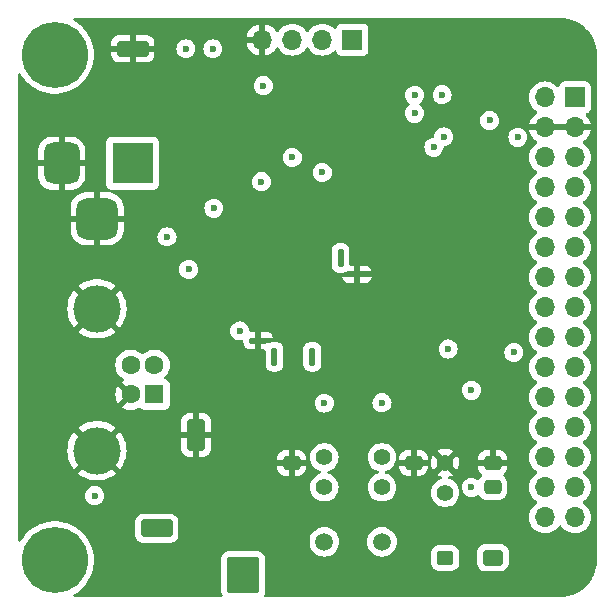
<source format=gbr>
%TF.GenerationSoftware,KiCad,Pcbnew,8.0.4*%
%TF.CreationDate,2024-10-18T12:18:19-03:00*%
%TF.ProjectId,STM32_DEV_BOARD,53544d33-325f-4444-9556-5f424f415244,rev?*%
%TF.SameCoordinates,Original*%
%TF.FileFunction,Copper,L2,Inr*%
%TF.FilePolarity,Positive*%
%FSLAX46Y46*%
G04 Gerber Fmt 4.6, Leading zero omitted, Abs format (unit mm)*
G04 Created by KiCad (PCBNEW 8.0.4) date 2024-10-18 12:18:19*
%MOMM*%
%LPD*%
G01*
G04 APERTURE LIST*
G04 Aperture macros list*
%AMRoundRect*
0 Rectangle with rounded corners*
0 $1 Rounding radius*
0 $2 $3 $4 $5 $6 $7 $8 $9 X,Y pos of 4 corners*
0 Add a 4 corners polygon primitive as box body*
4,1,4,$2,$3,$4,$5,$6,$7,$8,$9,$2,$3,0*
0 Add four circle primitives for the rounded corners*
1,1,$1+$1,$2,$3*
1,1,$1+$1,$4,$5*
1,1,$1+$1,$6,$7*
1,1,$1+$1,$8,$9*
0 Add four rect primitives between the rounded corners*
20,1,$1+$1,$2,$3,$4,$5,0*
20,1,$1+$1,$4,$5,$6,$7,0*
20,1,$1+$1,$6,$7,$8,$9,0*
20,1,$1+$1,$8,$9,$2,$3,0*%
G04 Aperture macros list end*
%TA.AperFunction,ComponentPad*%
%ADD10C,1.400000*%
%TD*%
%TA.AperFunction,ComponentPad*%
%ADD11RoundRect,0.250000X-1.100000X0.500000X-1.100000X-0.500000X1.100000X-0.500000X1.100000X0.500000X0*%
%TD*%
%TA.AperFunction,ComponentPad*%
%ADD12RoundRect,0.125000X0.125000X-0.625000X0.125000X0.625000X-0.125000X0.625000X-0.125000X-0.625000X0*%
%TD*%
%TA.AperFunction,ComponentPad*%
%ADD13RoundRect,0.125000X0.625000X-0.125000X0.625000X0.125000X-0.625000X0.125000X-0.625000X-0.125000X0*%
%TD*%
%TA.AperFunction,ComponentPad*%
%ADD14RoundRect,0.250000X-0.500000X-1.100000X0.500000X-1.100000X0.500000X1.100000X-0.500000X1.100000X0*%
%TD*%
%TA.AperFunction,ComponentPad*%
%ADD15C,5.600000*%
%TD*%
%TA.AperFunction,ComponentPad*%
%ADD16C,1.500000*%
%TD*%
%TA.AperFunction,ComponentPad*%
%ADD17RoundRect,0.250000X0.450000X-0.350000X0.450000X0.350000X-0.450000X0.350000X-0.450000X-0.350000X0*%
%TD*%
%TA.AperFunction,ComponentPad*%
%ADD18RoundRect,0.250000X0.600000X-0.400000X0.600000X0.400000X-0.600000X0.400000X-0.600000X-0.400000X0*%
%TD*%
%TA.AperFunction,ComponentPad*%
%ADD19RoundRect,0.250000X0.475000X-0.337500X0.475000X0.337500X-0.475000X0.337500X-0.475000X-0.337500X0*%
%TD*%
%TA.AperFunction,ComponentPad*%
%ADD20R,1.700000X1.700000*%
%TD*%
%TA.AperFunction,ComponentPad*%
%ADD21O,1.700000X1.700000*%
%TD*%
%TA.AperFunction,ComponentPad*%
%ADD22RoundRect,0.250000X-1.125000X1.275000X-1.125000X-1.275000X1.125000X-1.275000X1.125000X1.275000X0*%
%TD*%
%TA.AperFunction,ComponentPad*%
%ADD23R,1.600000X1.600000*%
%TD*%
%TA.AperFunction,ComponentPad*%
%ADD24C,1.600000*%
%TD*%
%TA.AperFunction,ComponentPad*%
%ADD25C,4.000000*%
%TD*%
%TA.AperFunction,ComponentPad*%
%ADD26R,3.500000X3.500000*%
%TD*%
%TA.AperFunction,ComponentPad*%
%ADD27RoundRect,0.750000X-0.750000X-1.000000X0.750000X-1.000000X0.750000X1.000000X-0.750000X1.000000X0*%
%TD*%
%TA.AperFunction,ComponentPad*%
%ADD28RoundRect,0.875000X-0.875000X-0.875000X0.875000X-0.875000X0.875000X0.875000X-0.875000X0.875000X0*%
%TD*%
%TA.AperFunction,ComponentPad*%
%ADD29RoundRect,0.250000X1.100000X-0.412500X1.100000X0.412500X-1.100000X0.412500X-1.100000X-0.412500X0*%
%TD*%
%TA.AperFunction,ViaPad*%
%ADD30C,0.600000*%
%TD*%
G04 APERTURE END LIST*
D10*
%TO.N,GND*%
%TO.C,JP2*%
X171190000Y-114602500D03*
%TO.N,/RESET*%
X171190000Y-117142500D03*
%TD*%
D11*
%TO.N,+3V3*%
%TO.C,D4*%
X146760000Y-120160000D03*
%TD*%
D12*
%TO.N,+3V3*%
%TO.C,U1*%
X156740000Y-105625000D03*
X159940000Y-105625000D03*
D13*
%TO.N,GND*%
X163715000Y-98650000D03*
D12*
%TO.N,+3V3*%
X162340000Y-97275000D03*
D13*
%TO.N,GND*%
X155365000Y-104250000D03*
%TD*%
D14*
%TO.N,GND*%
%TO.C,D2*%
X150100000Y-112250000D03*
%TD*%
D15*
%TO.N,N/C*%
%TO.C,REF\u002A\u002A*%
X138140000Y-80050000D03*
%TD*%
D16*
%TO.N,Net-(JP7-B)*%
%TO.C,Y1*%
X165840000Y-121300000D03*
%TO.N,Net-(JP6-A)*%
X160960000Y-121300000D03*
%TD*%
D17*
%TO.N,+3V3*%
%TO.C,R2*%
X171190000Y-122650000D03*
%TD*%
D18*
%TO.N,+3V3*%
%TO.C,D5*%
X175230000Y-122640000D03*
%TD*%
D10*
%TO.N,/OSC_OUT*%
%TO.C,JP7*%
X165842500Y-114130000D03*
%TO.N,Net-(JP7-B)*%
X165842500Y-116670000D03*
%TD*%
D19*
%TO.N,GND*%
%TO.C,C8*%
X168522500Y-114592500D03*
%TD*%
D20*
%TO.N,+3V3*%
%TO.C,J2*%
X163330000Y-78780000D03*
D21*
%TO.N,/PA13*%
X160790000Y-78780000D03*
%TO.N,/PA14*%
X158250000Y-78780000D03*
%TO.N,GND*%
X155710000Y-78780000D03*
%TD*%
D22*
%TO.N,Net-(D4-A)*%
%TO.C,U3*%
X154090000Y-124090000D03*
%TD*%
D15*
%TO.N,N/C*%
%TO.C,REF\u002A\u002A*%
X138140001Y-122849999D03*
%TD*%
D23*
%TO.N,Net-(J1-VBUS)*%
%TO.C,J1*%
X146570000Y-108820000D03*
D24*
%TO.N,Net-(J1-D-)*%
X146570000Y-106320000D03*
%TO.N,Net-(J1-D+)*%
X144570000Y-106320000D03*
%TO.N,GND*%
X144570000Y-108820000D03*
D25*
X141710000Y-113570000D03*
X141710000Y-101570000D03*
%TD*%
D10*
%TO.N,Net-(JP6-A)*%
%TO.C,JP6*%
X160962500Y-116670000D03*
%TO.N,/OSC_IN*%
X160962500Y-114130000D03*
%TD*%
D19*
%TO.N,GND*%
%TO.C,C7*%
X158202500Y-114602500D03*
%TD*%
%TO.N,/RESET*%
%TO.C,C6*%
X175220000Y-116680000D03*
%TO.N,GND*%
X175220000Y-114605000D03*
%TD*%
D26*
%TO.N,VDC*%
%TO.C,J6*%
X144720000Y-89240000D03*
D27*
%TO.N,GND*%
X138720000Y-89240000D03*
D28*
X141720000Y-93940000D03*
%TD*%
D29*
%TO.N,GND*%
%TO.C,C1*%
X144730000Y-79547500D03*
%TD*%
D20*
%TO.N,VDC*%
%TO.C,J3*%
X182190000Y-83670000D03*
D21*
%TO.N,+3V3*%
X179650000Y-83670000D03*
%TO.N,GND*%
X182190000Y-86210000D03*
X179650000Y-86210000D03*
%TO.N,/PA13*%
X182190000Y-88750000D03*
%TO.N,/PA14*%
X179650000Y-88750000D03*
%TO.N,/PA11*%
X182190000Y-91290000D03*
%TO.N,/PA12*%
X179650000Y-91290000D03*
%TO.N,/PA9*%
X182190000Y-93830000D03*
%TO.N,/PA10*%
X179650000Y-93830000D03*
%TO.N,/PB1*%
X182190000Y-96370000D03*
%TO.N,/PA8*%
X179650000Y-96370000D03*
%TO.N,/PA7*%
X182190000Y-98910000D03*
%TO.N,/PB0*%
X179650000Y-98910000D03*
%TO.N,/PA5*%
X182190000Y-101450000D03*
%TO.N,/PA6*%
X179650000Y-101450000D03*
%TO.N,/PA3*%
X182190000Y-103990000D03*
%TO.N,/PA4*%
X179650000Y-103990000D03*
%TO.N,/PA1*%
X182190000Y-106530000D03*
%TO.N,/PA2*%
X179650000Y-106530000D03*
%TO.N,/PB7*%
X182190000Y-109070000D03*
%TO.N,/PA0*%
X179650000Y-109070000D03*
%TO.N,/PB5*%
X182190000Y-111610000D03*
%TO.N,/PB6*%
X179650000Y-111610000D03*
%TO.N,/PB3*%
X182190000Y-114150000D03*
%TO.N,/PB4*%
X179650000Y-114150000D03*
%TO.N,/RESET*%
X182190000Y-116690000D03*
%TO.N,/PA15*%
X179650000Y-116690000D03*
%TO.N,/OSC_IN*%
X182190000Y-119230000D03*
%TO.N,/OSC_OUT*%
X179650000Y-119230000D03*
%TD*%
D30*
%TO.N,VDC*%
X149240000Y-79550000D03*
%TO.N,GND*%
X169790000Y-109480000D03*
X147140000Y-114920000D03*
X175250000Y-104960000D03*
X175660000Y-83400000D03*
X173180000Y-93180000D03*
X154230000Y-95470000D03*
X161530000Y-100350000D03*
X169720000Y-83460000D03*
%TO.N,Net-(D3-A)*%
X151600000Y-93050000D03*
X151520000Y-79560000D03*
%TO.N,+3V3*%
X171440000Y-104970000D03*
X155640000Y-90810000D03*
X147640000Y-95470000D03*
X171060000Y-87010000D03*
%TO.N,Net-(D1-A)*%
X155800000Y-82670000D03*
%TO.N,Net-(D6-A)*%
X168610000Y-83490000D03*
%TO.N,Net-(D7-A)*%
X170930000Y-83440000D03*
%TO.N,Net-(D8-A)*%
X174950000Y-85620000D03*
%TO.N,/PA3*%
X177340000Y-87050000D03*
X177010000Y-105260000D03*
%TO.N,Net-(D9-A)*%
X168600000Y-85010000D03*
%TO.N,/PA2*%
X170230000Y-87890000D03*
%TO.N,/PA14*%
X158250000Y-88750000D03*
%TO.N,/PA13*%
X160790000Y-90020000D03*
%TO.N,BOOT0*%
X153790000Y-103440000D03*
%TO.N,/RESET*%
X173420000Y-116680000D03*
X173420000Y-108460000D03*
%TO.N,/OSC_OUT*%
X165842500Y-109520000D03*
%TO.N,/OSC_IN*%
X160962500Y-109550000D03*
%TO.N,Net-(JP3-B)*%
X149480000Y-98230000D03*
%TO.N,Net-(JP5-A)*%
X141510000Y-117390000D03*
%TD*%
%TA.AperFunction,Conductor*%
%TO.N,GND*%
G36*
X181724075Y-86017007D02*
G01*
X181690000Y-86144174D01*
X181690000Y-86275826D01*
X181724075Y-86402993D01*
X181756988Y-86460000D01*
X180083012Y-86460000D01*
X180115925Y-86402993D01*
X180150000Y-86275826D01*
X180150000Y-86144174D01*
X180115925Y-86017007D01*
X180083012Y-85960000D01*
X181756988Y-85960000D01*
X181724075Y-86017007D01*
G37*
%TD.AperFunction*%
%TA.AperFunction,Conductor*%
G36*
X180943243Y-76950670D02*
G01*
X181257498Y-76967139D01*
X181270406Y-76968495D01*
X181578015Y-77017217D01*
X181590680Y-77019908D01*
X181891528Y-77100520D01*
X181903855Y-77104525D01*
X182194623Y-77216141D01*
X182206459Y-77221410D01*
X182483977Y-77362812D01*
X182495183Y-77369282D01*
X182756396Y-77538917D01*
X182766887Y-77546539D01*
X183008923Y-77742536D01*
X183018568Y-77751221D01*
X183238778Y-77971431D01*
X183247463Y-77981076D01*
X183443460Y-78223112D01*
X183451085Y-78233606D01*
X183620713Y-78494810D01*
X183627190Y-78506029D01*
X183758955Y-78764632D01*
X183768584Y-78783530D01*
X183773862Y-78795385D01*
X183788766Y-78834211D01*
X183885471Y-79086135D01*
X183889482Y-79098480D01*
X183965115Y-79380750D01*
X183970087Y-79399304D01*
X183972785Y-79411999D01*
X184021503Y-79719592D01*
X184022860Y-79732500D01*
X184039330Y-80046756D01*
X184039500Y-80053246D01*
X184039500Y-122846753D01*
X184039330Y-122853243D01*
X184022860Y-123167499D01*
X184021503Y-123180407D01*
X183972785Y-123488000D01*
X183970087Y-123500695D01*
X183889482Y-123801519D01*
X183885471Y-123813864D01*
X183773863Y-124104612D01*
X183768584Y-124116469D01*
X183627194Y-124393964D01*
X183620708Y-124405197D01*
X183553917Y-124508047D01*
X183451089Y-124666387D01*
X183443460Y-124676887D01*
X183247463Y-124918923D01*
X183238778Y-124928568D01*
X183018568Y-125148778D01*
X183008923Y-125157463D01*
X182766887Y-125353460D01*
X182756387Y-125361089D01*
X182743882Y-125369210D01*
X182495197Y-125530708D01*
X182483964Y-125537194D01*
X182206469Y-125678584D01*
X182194612Y-125683863D01*
X181903864Y-125795471D01*
X181891519Y-125799482D01*
X181590695Y-125880087D01*
X181578000Y-125882785D01*
X181270407Y-125931503D01*
X181257499Y-125932860D01*
X180943244Y-125949330D01*
X180936754Y-125949500D01*
X155958433Y-125949500D01*
X155891394Y-125929815D01*
X155845639Y-125877011D01*
X155835695Y-125807853D01*
X155852893Y-125760405D01*
X155899814Y-125684334D01*
X155954999Y-125517797D01*
X155965500Y-125415009D01*
X155965499Y-122764992D01*
X155954999Y-122662203D01*
X155899814Y-122495666D01*
X155807712Y-122346344D01*
X155683656Y-122222288D01*
X155534334Y-122130186D01*
X155367797Y-122075001D01*
X155367795Y-122075000D01*
X155265010Y-122064500D01*
X152914998Y-122064500D01*
X152914981Y-122064501D01*
X152812203Y-122075000D01*
X152812200Y-122075001D01*
X152645668Y-122130185D01*
X152645663Y-122130187D01*
X152496342Y-122222289D01*
X152372289Y-122346342D01*
X152280187Y-122495663D01*
X152280186Y-122495666D01*
X152225001Y-122662203D01*
X152225001Y-122662204D01*
X152225000Y-122662204D01*
X152214500Y-122764983D01*
X152214500Y-125415001D01*
X152214501Y-125415018D01*
X152225000Y-125517796D01*
X152225001Y-125517799D01*
X152278281Y-125678584D01*
X152280186Y-125684334D01*
X152327106Y-125760404D01*
X152345546Y-125827796D01*
X152324623Y-125894459D01*
X152270981Y-125939229D01*
X152221567Y-125949500D01*
X139837051Y-125949500D01*
X139770012Y-125929815D01*
X139724257Y-125877011D01*
X139714313Y-125807853D01*
X139743338Y-125744297D01*
X139773119Y-125719251D01*
X139994920Y-125585799D01*
X140279838Y-125369210D01*
X140539669Y-125123085D01*
X140771366Y-124850310D01*
X140972212Y-124554084D01*
X141139854Y-124237879D01*
X141272325Y-123905402D01*
X141368072Y-123560551D01*
X141391587Y-123417115D01*
X141425971Y-123207384D01*
X141425971Y-123207381D01*
X141425973Y-123207370D01*
X141445349Y-122849999D01*
X141425973Y-122492628D01*
X141423833Y-122479577D01*
X141368074Y-122139459D01*
X141368073Y-122139458D01*
X141368072Y-122139447D01*
X141282528Y-121831344D01*
X141272328Y-121794606D01*
X141272326Y-121794599D01*
X141263060Y-121771344D01*
X141200842Y-121615187D01*
X141139858Y-121462128D01*
X141139849Y-121462110D01*
X140972216Y-121145921D01*
X140972214Y-121145918D01*
X140972212Y-121145914D01*
X140771366Y-120849688D01*
X140771362Y-120849683D01*
X140771359Y-120849679D01*
X140539669Y-120576913D01*
X140451211Y-120493121D01*
X140279838Y-120330788D01*
X140279831Y-120330782D01*
X140279828Y-120330780D01*
X140197890Y-120268493D01*
X139994920Y-120114199D01*
X139688254Y-119929684D01*
X139688253Y-119929683D01*
X139688249Y-119929681D01*
X139688245Y-119929679D01*
X139363448Y-119779413D01*
X139363442Y-119779410D01*
X139363436Y-119779408D01*
X139193855Y-119722269D01*
X139024274Y-119665130D01*
X138773738Y-119609983D01*
X144909500Y-119609983D01*
X144909500Y-120710001D01*
X144909501Y-120710019D01*
X144920000Y-120812796D01*
X144920001Y-120812799D01*
X144975185Y-120979331D01*
X144975186Y-120979334D01*
X145067288Y-121128656D01*
X145191344Y-121252712D01*
X145340666Y-121344814D01*
X145507203Y-121399999D01*
X145609991Y-121410500D01*
X147910008Y-121410499D01*
X148012797Y-121399999D01*
X148179334Y-121344814D01*
X148251994Y-121299997D01*
X159704723Y-121299997D01*
X159704723Y-121300002D01*
X159723793Y-121517975D01*
X159723793Y-121517979D01*
X159780422Y-121729322D01*
X159780424Y-121729326D01*
X159780425Y-121729330D01*
X159810864Y-121794606D01*
X159872897Y-121927638D01*
X159872898Y-121927639D01*
X159998402Y-122106877D01*
X160153123Y-122261598D01*
X160332361Y-122387102D01*
X160530670Y-122479575D01*
X160742023Y-122536207D01*
X160924926Y-122552208D01*
X160959998Y-122555277D01*
X160960000Y-122555277D01*
X160960002Y-122555277D01*
X160988254Y-122552805D01*
X161177977Y-122536207D01*
X161389330Y-122479575D01*
X161587639Y-122387102D01*
X161766877Y-122261598D01*
X161921598Y-122106877D01*
X162047102Y-121927639D01*
X162139575Y-121729330D01*
X162196207Y-121517977D01*
X162215277Y-121300000D01*
X162215277Y-121299997D01*
X164584723Y-121299997D01*
X164584723Y-121300002D01*
X164603793Y-121517975D01*
X164603793Y-121517979D01*
X164660422Y-121729322D01*
X164660424Y-121729326D01*
X164660425Y-121729330D01*
X164690864Y-121794606D01*
X164752897Y-121927638D01*
X164752898Y-121927639D01*
X164878402Y-122106877D01*
X165033123Y-122261598D01*
X165212361Y-122387102D01*
X165410670Y-122479575D01*
X165622023Y-122536207D01*
X165804926Y-122552208D01*
X165839998Y-122555277D01*
X165840000Y-122555277D01*
X165840002Y-122555277D01*
X165868254Y-122552805D01*
X166057977Y-122536207D01*
X166269330Y-122479575D01*
X166467639Y-122387102D01*
X166646877Y-122261598D01*
X166658492Y-122249983D01*
X169989500Y-122249983D01*
X169989500Y-123050001D01*
X169989501Y-123050019D01*
X170000000Y-123152796D01*
X170000001Y-123152799D01*
X170018089Y-123207384D01*
X170055186Y-123319334D01*
X170147288Y-123468656D01*
X170271344Y-123592712D01*
X170420666Y-123684814D01*
X170587203Y-123739999D01*
X170689991Y-123750500D01*
X171690008Y-123750499D01*
X171690016Y-123750498D01*
X171690019Y-123750498D01*
X171746302Y-123744748D01*
X171792797Y-123739999D01*
X171959334Y-123684814D01*
X172108656Y-123592712D01*
X172232712Y-123468656D01*
X172324814Y-123319334D01*
X172379999Y-123152797D01*
X172390500Y-123050009D01*
X172390499Y-122249992D01*
X172384369Y-122189983D01*
X173879500Y-122189983D01*
X173879500Y-123090001D01*
X173879501Y-123090019D01*
X173890000Y-123192796D01*
X173890001Y-123192799D01*
X173931930Y-123319331D01*
X173945186Y-123359334D01*
X174037288Y-123508656D01*
X174161344Y-123632712D01*
X174310666Y-123724814D01*
X174477203Y-123779999D01*
X174579991Y-123790500D01*
X175880008Y-123790499D01*
X175982797Y-123779999D01*
X176149334Y-123724814D01*
X176298656Y-123632712D01*
X176422712Y-123508656D01*
X176514814Y-123359334D01*
X176569999Y-123192797D01*
X176580500Y-123090009D01*
X176580499Y-122189992D01*
X176569999Y-122087203D01*
X176514814Y-121920666D01*
X176422712Y-121771344D01*
X176298656Y-121647288D01*
X176205888Y-121590069D01*
X176149336Y-121555187D01*
X176149331Y-121555185D01*
X176132175Y-121549500D01*
X175982797Y-121500001D01*
X175982795Y-121500000D01*
X175880010Y-121489500D01*
X174579998Y-121489500D01*
X174579981Y-121489501D01*
X174477203Y-121500000D01*
X174477200Y-121500001D01*
X174310668Y-121555185D01*
X174310663Y-121555187D01*
X174161342Y-121647289D01*
X174037289Y-121771342D01*
X173945187Y-121920663D01*
X173945185Y-121920668D01*
X173942875Y-121927639D01*
X173890001Y-122087203D01*
X173890001Y-122087204D01*
X173890000Y-122087204D01*
X173879500Y-122189983D01*
X172384369Y-122189983D01*
X172379999Y-122147203D01*
X172324814Y-121980666D01*
X172232712Y-121831344D01*
X172108656Y-121707288D01*
X171959334Y-121615186D01*
X171792797Y-121560001D01*
X171792795Y-121560000D01*
X171690010Y-121549500D01*
X170689998Y-121549500D01*
X170689980Y-121549501D01*
X170587203Y-121560000D01*
X170587200Y-121560001D01*
X170420668Y-121615185D01*
X170420663Y-121615187D01*
X170271342Y-121707289D01*
X170147289Y-121831342D01*
X170055187Y-121980663D01*
X170055186Y-121980666D01*
X170000001Y-122147203D01*
X170000001Y-122147204D01*
X170000000Y-122147204D01*
X169989500Y-122249983D01*
X166658492Y-122249983D01*
X166801598Y-122106877D01*
X166927102Y-121927639D01*
X167019575Y-121729330D01*
X167076207Y-121517977D01*
X167095277Y-121300000D01*
X167076207Y-121082023D01*
X167019575Y-120870670D01*
X166927102Y-120672362D01*
X166927100Y-120672359D01*
X166927099Y-120672357D01*
X166801599Y-120493124D01*
X166801596Y-120493121D01*
X166646877Y-120338402D01*
X166467639Y-120212898D01*
X166467640Y-120212898D01*
X166467638Y-120212897D01*
X166368484Y-120166661D01*
X166269330Y-120120425D01*
X166269326Y-120120424D01*
X166269322Y-120120422D01*
X166057977Y-120063793D01*
X165840002Y-120044723D01*
X165839998Y-120044723D01*
X165694682Y-120057436D01*
X165622023Y-120063793D01*
X165622020Y-120063793D01*
X165410677Y-120120422D01*
X165410668Y-120120426D01*
X165212361Y-120212898D01*
X165212357Y-120212900D01*
X165033121Y-120338402D01*
X164878402Y-120493121D01*
X164752900Y-120672357D01*
X164752898Y-120672361D01*
X164660426Y-120870668D01*
X164660422Y-120870677D01*
X164603793Y-121082020D01*
X164603793Y-121082024D01*
X164584723Y-121299997D01*
X162215277Y-121299997D01*
X162196207Y-121082023D01*
X162139575Y-120870670D01*
X162047102Y-120672362D01*
X162047100Y-120672359D01*
X162047099Y-120672357D01*
X161921599Y-120493124D01*
X161921596Y-120493121D01*
X161766877Y-120338402D01*
X161587639Y-120212898D01*
X161587640Y-120212898D01*
X161587638Y-120212897D01*
X161488484Y-120166661D01*
X161389330Y-120120425D01*
X161389326Y-120120424D01*
X161389322Y-120120422D01*
X161177977Y-120063793D01*
X160960002Y-120044723D01*
X160959998Y-120044723D01*
X160814682Y-120057436D01*
X160742023Y-120063793D01*
X160742020Y-120063793D01*
X160530677Y-120120422D01*
X160530668Y-120120426D01*
X160332361Y-120212898D01*
X160332357Y-120212900D01*
X160153121Y-120338402D01*
X159998402Y-120493121D01*
X159872900Y-120672357D01*
X159872898Y-120672361D01*
X159780426Y-120870668D01*
X159780422Y-120870677D01*
X159723793Y-121082020D01*
X159723793Y-121082024D01*
X159704723Y-121299997D01*
X148251994Y-121299997D01*
X148328656Y-121252712D01*
X148452712Y-121128656D01*
X148544814Y-120979334D01*
X148599999Y-120812797D01*
X148610500Y-120710009D01*
X148610499Y-119609992D01*
X148599999Y-119507203D01*
X148544814Y-119340666D01*
X148452712Y-119191344D01*
X148328656Y-119067288D01*
X148179334Y-118975186D01*
X148012797Y-118920001D01*
X148012795Y-118920000D01*
X147910010Y-118909500D01*
X145609998Y-118909500D01*
X145609981Y-118909501D01*
X145507203Y-118920000D01*
X145507200Y-118920001D01*
X145340668Y-118975185D01*
X145340663Y-118975187D01*
X145191342Y-119067289D01*
X145067289Y-119191342D01*
X144975187Y-119340663D01*
X144975186Y-119340666D01*
X144920001Y-119507203D01*
X144920001Y-119507204D01*
X144920000Y-119507204D01*
X144909500Y-119609983D01*
X138773738Y-119609983D01*
X138674745Y-119588193D01*
X138318950Y-119549499D01*
X138318949Y-119549499D01*
X137961053Y-119549499D01*
X137961051Y-119549499D01*
X137605256Y-119588193D01*
X137255727Y-119665130D01*
X136999971Y-119751305D01*
X136916566Y-119779408D01*
X136916564Y-119779409D01*
X136916553Y-119779413D01*
X136591756Y-119929679D01*
X136591752Y-119929681D01*
X136400552Y-120044723D01*
X136285082Y-120114199D01*
X136276896Y-120120422D01*
X136000173Y-120330780D01*
X136000164Y-120330788D01*
X135740332Y-120576913D01*
X135508642Y-120849679D01*
X135508635Y-120849689D01*
X135307791Y-121145912D01*
X135307785Y-121145922D01*
X135274055Y-121209543D01*
X135225261Y-121259553D01*
X135157176Y-121275244D01*
X135091417Y-121251634D01*
X135048860Y-121196220D01*
X135040500Y-121151460D01*
X135040500Y-117389996D01*
X140704435Y-117389996D01*
X140704435Y-117390003D01*
X140724630Y-117569249D01*
X140724631Y-117569254D01*
X140784211Y-117739523D01*
X140807880Y-117777191D01*
X140880184Y-117892262D01*
X141007738Y-118019816D01*
X141065269Y-118055965D01*
X141142710Y-118104625D01*
X141160478Y-118115789D01*
X141330745Y-118175368D01*
X141330750Y-118175369D01*
X141509996Y-118195565D01*
X141510000Y-118195565D01*
X141510004Y-118195565D01*
X141689249Y-118175369D01*
X141689252Y-118175368D01*
X141689255Y-118175368D01*
X141859522Y-118115789D01*
X142012262Y-118019816D01*
X142139816Y-117892262D01*
X142235789Y-117739522D01*
X142295368Y-117569255D01*
X142296253Y-117561401D01*
X142315565Y-117390003D01*
X142315565Y-117389996D01*
X142295369Y-117210750D01*
X142295368Y-117210745D01*
X142281214Y-117170295D01*
X142235789Y-117040478D01*
X142139816Y-116887738D01*
X142012262Y-116760184D01*
X141859523Y-116664211D01*
X141689254Y-116604631D01*
X141689249Y-116604630D01*
X141510004Y-116584435D01*
X141509996Y-116584435D01*
X141330750Y-116604630D01*
X141330745Y-116604631D01*
X141160476Y-116664211D01*
X141007737Y-116760184D01*
X140880184Y-116887737D01*
X140784211Y-117040476D01*
X140724631Y-117210745D01*
X140724630Y-117210750D01*
X140704435Y-117389996D01*
X135040500Y-117389996D01*
X135040500Y-113569994D01*
X139205057Y-113569994D01*
X139205057Y-113570005D01*
X139224807Y-113883942D01*
X139224808Y-113883949D01*
X139283755Y-114192958D01*
X139380963Y-114492132D01*
X139380965Y-114492137D01*
X139514900Y-114776761D01*
X139514903Y-114776767D01*
X139683457Y-115042367D01*
X139683460Y-115042371D01*
X139774286Y-115152160D01*
X140737913Y-114188533D01*
X140832829Y-114319175D01*
X140960825Y-114447171D01*
X141091465Y-114542086D01*
X140124971Y-115508579D01*
X140124972Y-115508581D01*
X140367772Y-115684985D01*
X140367790Y-115684996D01*
X140643447Y-115836540D01*
X140643455Y-115836544D01*
X140935926Y-115952340D01*
X141240620Y-116030573D01*
X141240629Y-116030575D01*
X141552701Y-116069999D01*
X141552715Y-116070000D01*
X141867285Y-116070000D01*
X141867298Y-116069999D01*
X142179370Y-116030575D01*
X142179379Y-116030573D01*
X142484073Y-115952340D01*
X142776544Y-115836544D01*
X142776552Y-115836540D01*
X143052209Y-115684996D01*
X143052219Y-115684990D01*
X143295026Y-115508579D01*
X143295027Y-115508579D01*
X142328533Y-114542086D01*
X142459175Y-114447171D01*
X142587171Y-114319175D01*
X142682086Y-114188534D01*
X143645712Y-115152160D01*
X143736544Y-115042364D01*
X143769784Y-114989986D01*
X156977501Y-114989986D01*
X156987994Y-115092697D01*
X157043141Y-115259119D01*
X157043143Y-115259124D01*
X157135184Y-115408345D01*
X157259154Y-115532315D01*
X157408375Y-115624356D01*
X157408380Y-115624358D01*
X157574802Y-115679505D01*
X157574809Y-115679506D01*
X157677519Y-115689999D01*
X157952499Y-115689999D01*
X158452500Y-115689999D01*
X158727472Y-115689999D01*
X158727486Y-115689998D01*
X158830197Y-115679505D01*
X158996619Y-115624358D01*
X158996624Y-115624356D01*
X159145845Y-115532315D01*
X159269815Y-115408345D01*
X159361856Y-115259124D01*
X159361858Y-115259119D01*
X159417005Y-115092697D01*
X159417006Y-115092690D01*
X159427499Y-114989986D01*
X159427500Y-114989973D01*
X159427500Y-114852500D01*
X158452500Y-114852500D01*
X158452500Y-115689999D01*
X157952499Y-115689999D01*
X157952500Y-115689998D01*
X157952500Y-114852500D01*
X156977501Y-114852500D01*
X156977501Y-114989986D01*
X143769784Y-114989986D01*
X143905096Y-114776767D01*
X143905099Y-114776761D01*
X144005821Y-114562718D01*
X158002500Y-114562718D01*
X158002500Y-114642282D01*
X158032948Y-114715791D01*
X158089209Y-114772052D01*
X158162718Y-114802500D01*
X158242282Y-114802500D01*
X158315791Y-114772052D01*
X158372052Y-114715791D01*
X158402500Y-114642282D01*
X158402500Y-114562718D01*
X158372052Y-114489209D01*
X158315791Y-114432948D01*
X158242282Y-114402500D01*
X158162718Y-114402500D01*
X158089209Y-114432948D01*
X158032948Y-114489209D01*
X158002500Y-114562718D01*
X144005821Y-114562718D01*
X144039034Y-114492137D01*
X144039036Y-114492132D01*
X144129078Y-114215013D01*
X156977500Y-114215013D01*
X156977500Y-114352500D01*
X157952500Y-114352500D01*
X158452500Y-114352500D01*
X159427499Y-114352500D01*
X159427499Y-114215028D01*
X159427498Y-114215013D01*
X159418813Y-114129999D01*
X159756857Y-114129999D01*
X159756857Y-114130000D01*
X159777384Y-114351535D01*
X159777385Y-114351537D01*
X159838269Y-114565523D01*
X159838275Y-114565538D01*
X159937438Y-114764683D01*
X159937443Y-114764691D01*
X160071520Y-114942238D01*
X160235937Y-115092123D01*
X160235939Y-115092125D01*
X160425095Y-115209245D01*
X160425096Y-115209245D01*
X160425099Y-115209247D01*
X160619024Y-115284374D01*
X160674424Y-115326946D01*
X160698015Y-115392713D01*
X160682304Y-115460793D01*
X160632280Y-115509572D01*
X160619033Y-115515622D01*
X160497378Y-115562752D01*
X160425101Y-115590752D01*
X160425095Y-115590754D01*
X160235939Y-115707874D01*
X160235937Y-115707876D01*
X160071520Y-115857761D01*
X159937443Y-116035308D01*
X159937438Y-116035316D01*
X159838275Y-116234461D01*
X159838269Y-116234476D01*
X159777385Y-116448462D01*
X159777384Y-116448464D01*
X159756857Y-116669999D01*
X159756857Y-116670000D01*
X159777384Y-116891535D01*
X159777385Y-116891537D01*
X159838269Y-117105523D01*
X159838275Y-117105538D01*
X159937438Y-117304683D01*
X159937443Y-117304691D01*
X160071520Y-117482238D01*
X160235937Y-117632123D01*
X160235939Y-117632125D01*
X160425095Y-117749245D01*
X160425096Y-117749245D01*
X160425099Y-117749247D01*
X160632560Y-117829618D01*
X160851257Y-117870500D01*
X160851259Y-117870500D01*
X161073741Y-117870500D01*
X161073743Y-117870500D01*
X161292440Y-117829618D01*
X161499901Y-117749247D01*
X161689062Y-117632124D01*
X161853481Y-117482236D01*
X161987558Y-117304689D01*
X162086729Y-117105528D01*
X162147615Y-116891536D01*
X162168143Y-116670000D01*
X162147615Y-116448464D01*
X162086729Y-116234472D01*
X162082682Y-116226344D01*
X161987561Y-116035316D01*
X161987556Y-116035308D01*
X161853479Y-115857761D01*
X161689062Y-115707876D01*
X161689060Y-115707874D01*
X161499904Y-115590754D01*
X161499895Y-115590750D01*
X161406456Y-115554552D01*
X161305975Y-115515625D01*
X161250575Y-115473054D01*
X161226984Y-115407288D01*
X161242695Y-115339207D01*
X161292719Y-115290428D01*
X161305966Y-115284377D01*
X161499901Y-115209247D01*
X161689062Y-115092124D01*
X161853481Y-114942236D01*
X161987558Y-114764689D01*
X162086729Y-114565528D01*
X162147615Y-114351536D01*
X162168143Y-114130000D01*
X162168143Y-114129999D01*
X164636857Y-114129999D01*
X164636857Y-114130000D01*
X164657384Y-114351535D01*
X164657385Y-114351537D01*
X164718269Y-114565523D01*
X164718275Y-114565538D01*
X164817438Y-114764683D01*
X164817443Y-114764691D01*
X164951520Y-114942238D01*
X165115937Y-115092123D01*
X165115939Y-115092125D01*
X165305095Y-115209245D01*
X165305096Y-115209245D01*
X165305099Y-115209247D01*
X165499024Y-115284374D01*
X165554424Y-115326946D01*
X165578015Y-115392713D01*
X165562304Y-115460793D01*
X165512280Y-115509572D01*
X165499033Y-115515622D01*
X165377378Y-115562752D01*
X165305101Y-115590752D01*
X165305095Y-115590754D01*
X165115939Y-115707874D01*
X165115937Y-115707876D01*
X164951520Y-115857761D01*
X164817443Y-116035308D01*
X164817438Y-116035316D01*
X164718275Y-116234461D01*
X164718269Y-116234476D01*
X164657385Y-116448462D01*
X164657384Y-116448464D01*
X164636857Y-116669999D01*
X164636857Y-116670000D01*
X164657384Y-116891535D01*
X164657385Y-116891537D01*
X164718269Y-117105523D01*
X164718275Y-117105538D01*
X164817438Y-117304683D01*
X164817443Y-117304691D01*
X164951520Y-117482238D01*
X165115937Y-117632123D01*
X165115939Y-117632125D01*
X165305095Y-117749245D01*
X165305096Y-117749245D01*
X165305099Y-117749247D01*
X165512560Y-117829618D01*
X165731257Y-117870500D01*
X165731259Y-117870500D01*
X165953741Y-117870500D01*
X165953743Y-117870500D01*
X166172440Y-117829618D01*
X166379901Y-117749247D01*
X166569062Y-117632124D01*
X166733481Y-117482236D01*
X166867558Y-117304689D01*
X166948320Y-117142499D01*
X169984357Y-117142499D01*
X169984357Y-117142500D01*
X170004884Y-117364035D01*
X170004885Y-117364037D01*
X170065769Y-117578023D01*
X170065775Y-117578038D01*
X170164938Y-117777183D01*
X170164943Y-117777191D01*
X170299020Y-117954738D01*
X170463437Y-118104623D01*
X170463439Y-118104625D01*
X170652595Y-118221745D01*
X170652596Y-118221745D01*
X170652599Y-118221747D01*
X170860060Y-118302118D01*
X171078757Y-118343000D01*
X171078759Y-118343000D01*
X171301241Y-118343000D01*
X171301243Y-118343000D01*
X171519940Y-118302118D01*
X171727401Y-118221747D01*
X171916562Y-118104624D01*
X172080981Y-117954736D01*
X172215058Y-117777189D01*
X172314229Y-117578028D01*
X172375115Y-117364036D01*
X172395643Y-117142500D01*
X172375115Y-116920964D01*
X172314229Y-116706972D01*
X172305778Y-116690000D01*
X172300797Y-116679996D01*
X172614435Y-116679996D01*
X172614435Y-116680003D01*
X172634630Y-116859249D01*
X172634631Y-116859254D01*
X172694211Y-117029523D01*
X172741975Y-117105538D01*
X172790184Y-117182262D01*
X172917738Y-117309816D01*
X172941940Y-117325023D01*
X173045343Y-117389996D01*
X173070478Y-117405789D01*
X173240745Y-117465368D01*
X173240750Y-117465369D01*
X173419996Y-117485565D01*
X173420000Y-117485565D01*
X173420004Y-117485565D01*
X173599249Y-117465369D01*
X173599252Y-117465368D01*
X173599255Y-117465368D01*
X173769522Y-117405789D01*
X173903782Y-117321427D01*
X173971017Y-117302427D01*
X174037852Y-117322794D01*
X174075292Y-117361325D01*
X174152288Y-117486156D01*
X174276344Y-117610212D01*
X174425666Y-117702314D01*
X174592203Y-117757499D01*
X174694991Y-117768000D01*
X175745008Y-117767999D01*
X175745016Y-117767998D01*
X175745019Y-117767998D01*
X175801302Y-117762248D01*
X175847797Y-117757499D01*
X176014334Y-117702314D01*
X176163656Y-117610212D01*
X176287712Y-117486156D01*
X176379814Y-117336834D01*
X176434999Y-117170297D01*
X176445500Y-117067509D01*
X176445499Y-116292492D01*
X176434999Y-116189703D01*
X176379814Y-116023166D01*
X176287712Y-115873844D01*
X176163656Y-115749788D01*
X176160342Y-115747743D01*
X176158546Y-115745748D01*
X176157989Y-115745307D01*
X176158064Y-115745211D01*
X176113618Y-115695797D01*
X176102397Y-115626834D01*
X176130240Y-115562752D01*
X176160348Y-115536665D01*
X176163342Y-115534818D01*
X176287315Y-115410845D01*
X176379356Y-115261624D01*
X176379358Y-115261619D01*
X176434505Y-115095197D01*
X176434506Y-115095190D01*
X176444999Y-114992486D01*
X176445000Y-114992473D01*
X176445000Y-114855000D01*
X173995001Y-114855000D01*
X173995001Y-114992486D01*
X174005494Y-115095197D01*
X174060641Y-115261619D01*
X174060643Y-115261624D01*
X174152684Y-115410845D01*
X174276655Y-115534816D01*
X174276659Y-115534819D01*
X174279656Y-115536668D01*
X174281279Y-115538472D01*
X174282323Y-115539298D01*
X174282181Y-115539476D01*
X174326381Y-115588616D01*
X174337602Y-115657579D01*
X174309759Y-115721661D01*
X174279661Y-115747741D01*
X174276349Y-115749783D01*
X174276343Y-115749788D01*
X174152289Y-115873842D01*
X174075292Y-115998675D01*
X174023344Y-116045399D01*
X173954381Y-116056622D01*
X173903782Y-116038572D01*
X173769522Y-115954211D01*
X173734625Y-115942000D01*
X173599254Y-115894631D01*
X173599249Y-115894630D01*
X173420004Y-115874435D01*
X173419996Y-115874435D01*
X173240750Y-115894630D01*
X173240745Y-115894631D01*
X173070476Y-115954211D01*
X172917737Y-116050184D01*
X172790184Y-116177737D01*
X172694211Y-116330476D01*
X172634631Y-116500745D01*
X172634630Y-116500750D01*
X172614435Y-116679996D01*
X172300797Y-116679996D01*
X172215061Y-116507816D01*
X172215056Y-116507808D01*
X172080979Y-116330261D01*
X171916562Y-116180376D01*
X171916560Y-116180374D01*
X171727404Y-116063254D01*
X171727398Y-116063251D01*
X171595538Y-116012169D01*
X171532784Y-115987858D01*
X171477385Y-115945286D01*
X171453794Y-115879519D01*
X171469505Y-115811439D01*
X171519529Y-115762660D01*
X171532786Y-115756605D01*
X171727177Y-115681297D01*
X171727181Y-115681295D01*
X171843326Y-115609379D01*
X171236448Y-115002500D01*
X171242661Y-115002500D01*
X171344394Y-114975241D01*
X171435606Y-114922580D01*
X171510080Y-114848106D01*
X171562741Y-114756894D01*
X171590000Y-114655161D01*
X171590000Y-114648947D01*
X172198861Y-115257808D01*
X172214631Y-115236925D01*
X172214633Y-115236922D01*
X172313759Y-115037850D01*
X172374621Y-114823939D01*
X172395141Y-114602500D01*
X172395141Y-114602499D01*
X172391686Y-114565218D01*
X175020000Y-114565218D01*
X175020000Y-114644782D01*
X175050448Y-114718291D01*
X175106709Y-114774552D01*
X175180218Y-114805000D01*
X175259782Y-114805000D01*
X175333291Y-114774552D01*
X175389552Y-114718291D01*
X175420000Y-114644782D01*
X175420000Y-114565218D01*
X175389552Y-114491709D01*
X175333291Y-114435448D01*
X175259782Y-114405000D01*
X175180218Y-114405000D01*
X175106709Y-114435448D01*
X175050448Y-114491709D01*
X175020000Y-114565218D01*
X172391686Y-114565218D01*
X172374621Y-114381060D01*
X172328089Y-114217513D01*
X173995000Y-114217513D01*
X173995000Y-114355000D01*
X174970000Y-114355000D01*
X175470000Y-114355000D01*
X176444999Y-114355000D01*
X176444999Y-114217528D01*
X176444998Y-114217513D01*
X176434505Y-114114802D01*
X176379358Y-113948380D01*
X176379356Y-113948375D01*
X176287315Y-113799154D01*
X176163345Y-113675184D01*
X176014124Y-113583143D01*
X176014119Y-113583141D01*
X175847697Y-113527994D01*
X175847690Y-113527993D01*
X175744986Y-113517500D01*
X175470000Y-113517500D01*
X175470000Y-114355000D01*
X174970000Y-114355000D01*
X174970000Y-113517500D01*
X174695029Y-113517500D01*
X174695012Y-113517501D01*
X174592302Y-113527994D01*
X174425880Y-113583141D01*
X174425875Y-113583143D01*
X174276654Y-113675184D01*
X174152684Y-113799154D01*
X174060643Y-113948375D01*
X174060641Y-113948380D01*
X174005494Y-114114802D01*
X174005493Y-114114809D01*
X173995000Y-114217513D01*
X172328089Y-114217513D01*
X172313759Y-114167149D01*
X172214635Y-113968080D01*
X172214630Y-113968072D01*
X172198860Y-113947190D01*
X171590000Y-114556051D01*
X171590000Y-114549839D01*
X171562741Y-114448106D01*
X171510080Y-114356894D01*
X171435606Y-114282420D01*
X171344394Y-114229759D01*
X171242661Y-114202500D01*
X171236448Y-114202500D01*
X171843327Y-113595619D01*
X171727178Y-113523702D01*
X171727177Y-113523701D01*
X171519804Y-113443365D01*
X171301193Y-113402500D01*
X171078807Y-113402500D01*
X170860195Y-113443365D01*
X170652824Y-113523700D01*
X170652823Y-113523701D01*
X170536671Y-113595619D01*
X171143553Y-114202500D01*
X171137339Y-114202500D01*
X171035606Y-114229759D01*
X170944394Y-114282420D01*
X170869920Y-114356894D01*
X170817259Y-114448106D01*
X170790000Y-114549839D01*
X170790000Y-114556053D01*
X170181138Y-113947191D01*
X170181137Y-113947191D01*
X170165368Y-113968074D01*
X170066240Y-114167149D01*
X170005378Y-114381060D01*
X169984859Y-114602499D01*
X169984859Y-114602500D01*
X170005378Y-114823939D01*
X170066240Y-115037850D01*
X170165369Y-115236928D01*
X170181137Y-115257808D01*
X170181138Y-115257808D01*
X170790000Y-114648946D01*
X170790000Y-114655161D01*
X170817259Y-114756894D01*
X170869920Y-114848106D01*
X170944394Y-114922580D01*
X171035606Y-114975241D01*
X171137339Y-115002500D01*
X171143553Y-115002500D01*
X170536672Y-115609379D01*
X170536672Y-115609380D01*
X170652821Y-115681297D01*
X170652822Y-115681298D01*
X170847213Y-115756605D01*
X170902614Y-115799178D01*
X170926205Y-115864945D01*
X170910494Y-115933025D01*
X170860470Y-115981804D01*
X170847213Y-115987859D01*
X170652601Y-116063251D01*
X170652595Y-116063254D01*
X170463439Y-116180374D01*
X170463437Y-116180376D01*
X170299020Y-116330261D01*
X170164943Y-116507808D01*
X170164938Y-116507816D01*
X170065775Y-116706961D01*
X170065769Y-116706976D01*
X170004885Y-116920962D01*
X170004884Y-116920964D01*
X169984357Y-117142499D01*
X166948320Y-117142499D01*
X166966729Y-117105528D01*
X167027615Y-116891536D01*
X167048143Y-116670000D01*
X167027615Y-116448464D01*
X166966729Y-116234472D01*
X166962682Y-116226344D01*
X166867561Y-116035316D01*
X166867556Y-116035308D01*
X166733479Y-115857761D01*
X166569062Y-115707876D01*
X166569060Y-115707874D01*
X166379904Y-115590754D01*
X166379895Y-115590750D01*
X166286456Y-115554552D01*
X166185975Y-115515625D01*
X166130575Y-115473054D01*
X166106984Y-115407288D01*
X166122695Y-115339207D01*
X166172719Y-115290428D01*
X166185966Y-115284377D01*
X166379901Y-115209247D01*
X166569062Y-115092124D01*
X166692071Y-114979986D01*
X167297501Y-114979986D01*
X167307994Y-115082697D01*
X167363141Y-115249119D01*
X167363143Y-115249124D01*
X167455184Y-115398345D01*
X167579154Y-115522315D01*
X167728375Y-115614356D01*
X167728380Y-115614358D01*
X167894802Y-115669505D01*
X167894809Y-115669506D01*
X167997519Y-115679999D01*
X168272499Y-115679999D01*
X168772500Y-115679999D01*
X169047472Y-115679999D01*
X169047486Y-115679998D01*
X169150197Y-115669505D01*
X169316619Y-115614358D01*
X169316624Y-115614356D01*
X169465845Y-115522315D01*
X169589815Y-115398345D01*
X169681856Y-115249124D01*
X169681858Y-115249119D01*
X169737005Y-115082697D01*
X169737006Y-115082690D01*
X169747499Y-114979986D01*
X169747500Y-114979973D01*
X169747500Y-114842500D01*
X168772500Y-114842500D01*
X168772500Y-115679999D01*
X168272499Y-115679999D01*
X168272500Y-115679998D01*
X168272500Y-114842500D01*
X167297501Y-114842500D01*
X167297501Y-114979986D01*
X166692071Y-114979986D01*
X166733481Y-114942236D01*
X166867558Y-114764689D01*
X166966729Y-114565528D01*
X166970374Y-114552718D01*
X168322500Y-114552718D01*
X168322500Y-114632282D01*
X168352948Y-114705791D01*
X168409209Y-114762052D01*
X168482718Y-114792500D01*
X168562282Y-114792500D01*
X168635791Y-114762052D01*
X168692052Y-114705791D01*
X168722500Y-114632282D01*
X168722500Y-114552718D01*
X168692052Y-114479209D01*
X168635791Y-114422948D01*
X168562282Y-114392500D01*
X168482718Y-114392500D01*
X168409209Y-114422948D01*
X168352948Y-114479209D01*
X168322500Y-114552718D01*
X166970374Y-114552718D01*
X167027615Y-114351536D01*
X167041192Y-114205013D01*
X167297500Y-114205013D01*
X167297500Y-114342500D01*
X168272500Y-114342500D01*
X168772500Y-114342500D01*
X169747499Y-114342500D01*
X169747499Y-114205028D01*
X169747498Y-114205013D01*
X169737005Y-114102302D01*
X169681858Y-113935880D01*
X169681856Y-113935875D01*
X169589815Y-113786654D01*
X169465845Y-113662684D01*
X169316624Y-113570643D01*
X169316619Y-113570641D01*
X169150197Y-113515494D01*
X169150190Y-113515493D01*
X169047486Y-113505000D01*
X168772500Y-113505000D01*
X168772500Y-114342500D01*
X168272500Y-114342500D01*
X168272500Y-113505000D01*
X167997529Y-113505000D01*
X167997512Y-113505001D01*
X167894802Y-113515494D01*
X167728380Y-113570641D01*
X167728375Y-113570643D01*
X167579154Y-113662684D01*
X167455184Y-113786654D01*
X167363143Y-113935875D01*
X167363141Y-113935880D01*
X167307994Y-114102302D01*
X167307993Y-114102309D01*
X167297500Y-114205013D01*
X167041192Y-114205013D01*
X167048143Y-114130000D01*
X167045576Y-114102302D01*
X167027615Y-113908464D01*
X167027614Y-113908462D01*
X167020639Y-113883949D01*
X166966729Y-113694472D01*
X166962682Y-113686344D01*
X166867561Y-113495316D01*
X166867556Y-113495308D01*
X166733479Y-113317761D01*
X166569062Y-113167876D01*
X166569060Y-113167874D01*
X166379904Y-113050754D01*
X166379898Y-113050752D01*
X166172440Y-112970382D01*
X165953743Y-112929500D01*
X165731257Y-112929500D01*
X165512560Y-112970382D01*
X165483668Y-112981575D01*
X165305101Y-113050752D01*
X165305095Y-113050754D01*
X165115939Y-113167874D01*
X165115937Y-113167876D01*
X164951520Y-113317761D01*
X164817443Y-113495308D01*
X164817438Y-113495316D01*
X164718275Y-113694461D01*
X164718269Y-113694476D01*
X164657385Y-113908462D01*
X164657384Y-113908464D01*
X164636857Y-114129999D01*
X162168143Y-114129999D01*
X162165576Y-114102302D01*
X162147615Y-113908464D01*
X162147614Y-113908462D01*
X162140639Y-113883949D01*
X162086729Y-113694472D01*
X162082682Y-113686344D01*
X161987561Y-113495316D01*
X161987556Y-113495308D01*
X161853479Y-113317761D01*
X161689062Y-113167876D01*
X161689060Y-113167874D01*
X161499904Y-113050754D01*
X161499898Y-113050752D01*
X161292440Y-112970382D01*
X161073743Y-112929500D01*
X160851257Y-112929500D01*
X160632560Y-112970382D01*
X160603668Y-112981575D01*
X160425101Y-113050752D01*
X160425095Y-113050754D01*
X160235939Y-113167874D01*
X160235937Y-113167876D01*
X160071520Y-113317761D01*
X159937443Y-113495308D01*
X159937438Y-113495316D01*
X159838275Y-113694461D01*
X159838269Y-113694476D01*
X159777385Y-113908462D01*
X159777384Y-113908464D01*
X159756857Y-114129999D01*
X159418813Y-114129999D01*
X159417005Y-114112302D01*
X159361858Y-113945880D01*
X159361856Y-113945875D01*
X159269815Y-113796654D01*
X159145845Y-113672684D01*
X158996624Y-113580643D01*
X158996619Y-113580641D01*
X158830197Y-113525494D01*
X158830190Y-113525493D01*
X158727486Y-113515000D01*
X158452500Y-113515000D01*
X158452500Y-114352500D01*
X157952500Y-114352500D01*
X157952500Y-113515000D01*
X157677529Y-113515000D01*
X157677512Y-113515001D01*
X157574802Y-113525494D01*
X157408380Y-113580641D01*
X157408375Y-113580643D01*
X157259154Y-113672684D01*
X157135184Y-113796654D01*
X157043143Y-113945875D01*
X157043141Y-113945880D01*
X156987994Y-114112302D01*
X156987993Y-114112309D01*
X156977500Y-114215013D01*
X144129078Y-114215013D01*
X144136244Y-114192958D01*
X144195191Y-113883949D01*
X144195192Y-113883942D01*
X144214943Y-113570005D01*
X144214943Y-113569994D01*
X144204247Y-113399986D01*
X148850001Y-113399986D01*
X148860494Y-113502697D01*
X148915641Y-113669119D01*
X148915643Y-113669124D01*
X149007684Y-113818345D01*
X149131654Y-113942315D01*
X149280875Y-114034356D01*
X149280880Y-114034358D01*
X149447302Y-114089505D01*
X149447309Y-114089506D01*
X149550019Y-114099999D01*
X149849999Y-114099999D01*
X150350000Y-114099999D01*
X150649972Y-114099999D01*
X150649986Y-114099998D01*
X150752697Y-114089505D01*
X150919119Y-114034358D01*
X150919124Y-114034356D01*
X151068345Y-113942315D01*
X151192315Y-113818345D01*
X151284356Y-113669124D01*
X151284358Y-113669119D01*
X151339505Y-113502697D01*
X151339506Y-113502690D01*
X151349999Y-113399986D01*
X151350000Y-113399973D01*
X151350000Y-112500000D01*
X150350000Y-112500000D01*
X150350000Y-114099999D01*
X149849999Y-114099999D01*
X149850000Y-114099998D01*
X149850000Y-112500000D01*
X148850001Y-112500000D01*
X148850001Y-113399986D01*
X144204247Y-113399986D01*
X144195192Y-113256057D01*
X144195191Y-113256050D01*
X144136244Y-112947041D01*
X144039036Y-112647867D01*
X144039034Y-112647862D01*
X143905099Y-112363238D01*
X143905096Y-112363232D01*
X143808172Y-112210504D01*
X149800000Y-112210504D01*
X149800000Y-112289496D01*
X149820444Y-112365796D01*
X149859940Y-112434205D01*
X149915795Y-112490060D01*
X149984204Y-112529556D01*
X150060504Y-112550000D01*
X150139496Y-112550000D01*
X150215796Y-112529556D01*
X150284205Y-112490060D01*
X150340060Y-112434205D01*
X150379556Y-112365796D01*
X150400000Y-112289496D01*
X150400000Y-112210504D01*
X150379556Y-112134204D01*
X150340060Y-112065795D01*
X150284205Y-112009940D01*
X150266988Y-112000000D01*
X150350000Y-112000000D01*
X151349999Y-112000000D01*
X151349999Y-111100028D01*
X151349998Y-111100013D01*
X151339505Y-110997302D01*
X151284358Y-110830880D01*
X151284356Y-110830875D01*
X151192315Y-110681654D01*
X151068345Y-110557684D01*
X150919124Y-110465643D01*
X150919119Y-110465641D01*
X150752697Y-110410494D01*
X150752690Y-110410493D01*
X150649986Y-110400000D01*
X150350000Y-110400000D01*
X150350000Y-112000000D01*
X150266988Y-112000000D01*
X150215796Y-111970444D01*
X150139496Y-111950000D01*
X150060504Y-111950000D01*
X149984204Y-111970444D01*
X149915795Y-112009940D01*
X149859940Y-112065795D01*
X149820444Y-112134204D01*
X149800000Y-112210504D01*
X143808172Y-112210504D01*
X143736542Y-112097632D01*
X143736539Y-112097628D01*
X143645712Y-111987838D01*
X142682085Y-112951465D01*
X142587171Y-112820825D01*
X142459175Y-112692829D01*
X142328533Y-112597913D01*
X143295027Y-111631419D01*
X143295026Y-111631417D01*
X143052227Y-111455014D01*
X143052209Y-111455003D01*
X142776552Y-111303459D01*
X142776544Y-111303455D01*
X142484073Y-111187659D01*
X142179379Y-111109426D01*
X142179370Y-111109424D01*
X142104875Y-111100013D01*
X148850000Y-111100013D01*
X148850000Y-112000000D01*
X149850000Y-112000000D01*
X149850000Y-110400000D01*
X149550028Y-110400000D01*
X149550012Y-110400001D01*
X149447302Y-110410494D01*
X149280880Y-110465641D01*
X149280875Y-110465643D01*
X149131654Y-110557684D01*
X149007684Y-110681654D01*
X148915643Y-110830875D01*
X148915641Y-110830880D01*
X148860494Y-110997302D01*
X148860493Y-110997309D01*
X148850000Y-111100013D01*
X142104875Y-111100013D01*
X141867298Y-111070000D01*
X141552701Y-111070000D01*
X141240629Y-111109424D01*
X141240620Y-111109426D01*
X140935926Y-111187659D01*
X140643455Y-111303455D01*
X140643447Y-111303459D01*
X140367787Y-111455004D01*
X140367782Y-111455007D01*
X140124972Y-111631418D01*
X140124971Y-111631419D01*
X141091466Y-112597913D01*
X140960825Y-112692829D01*
X140832829Y-112820825D01*
X140737913Y-112951465D01*
X139774286Y-111987838D01*
X139774285Y-111987838D01*
X139683459Y-112097629D01*
X139683457Y-112097632D01*
X139514903Y-112363232D01*
X139514900Y-112363238D01*
X139380965Y-112647862D01*
X139380963Y-112647867D01*
X139283755Y-112947041D01*
X139224808Y-113256050D01*
X139224807Y-113256057D01*
X139205057Y-113569994D01*
X135040500Y-113569994D01*
X135040500Y-106319998D01*
X143264532Y-106319998D01*
X143264532Y-106320001D01*
X143284364Y-106546686D01*
X143284366Y-106546697D01*
X143343258Y-106766488D01*
X143343261Y-106766497D01*
X143439431Y-106972732D01*
X143439432Y-106972734D01*
X143569954Y-107159141D01*
X143730858Y-107320045D01*
X143730861Y-107320047D01*
X143917266Y-107450568D01*
X143932975Y-107457893D01*
X143985414Y-107504064D01*
X144004567Y-107571257D01*
X143984352Y-107638138D01*
X143932979Y-107682656D01*
X143917514Y-107689867D01*
X143917512Y-107689868D01*
X143844526Y-107740973D01*
X143844526Y-107740974D01*
X144461002Y-108357449D01*
X144386657Y-108377370D01*
X144278343Y-108439905D01*
X144189905Y-108528343D01*
X144127370Y-108636657D01*
X144107449Y-108711001D01*
X143490974Y-108094526D01*
X143490973Y-108094526D01*
X143439868Y-108167512D01*
X143439866Y-108167516D01*
X143343734Y-108373673D01*
X143343730Y-108373682D01*
X143284860Y-108593389D01*
X143284858Y-108593400D01*
X143265034Y-108819997D01*
X143265034Y-108820002D01*
X143284858Y-109046599D01*
X143284860Y-109046610D01*
X143343730Y-109266317D01*
X143343735Y-109266331D01*
X143439863Y-109472478D01*
X143490974Y-109545472D01*
X144107449Y-108928997D01*
X144127370Y-109003343D01*
X144189905Y-109111657D01*
X144278343Y-109200095D01*
X144386657Y-109262630D01*
X144461000Y-109282550D01*
X143844526Y-109899025D01*
X143917513Y-109950132D01*
X143917521Y-109950136D01*
X144123668Y-110046264D01*
X144123682Y-110046269D01*
X144343389Y-110105139D01*
X144343400Y-110105141D01*
X144569998Y-110124966D01*
X144570002Y-110124966D01*
X144796599Y-110105141D01*
X144796610Y-110105139D01*
X145016317Y-110046269D01*
X145016326Y-110046265D01*
X145222481Y-109950134D01*
X145235253Y-109941191D01*
X145301459Y-109918862D01*
X145369227Y-109935870D01*
X145405644Y-109968449D01*
X145412454Y-109977546D01*
X145458643Y-110012123D01*
X145527664Y-110063793D01*
X145527671Y-110063797D01*
X145662517Y-110114091D01*
X145662516Y-110114091D01*
X145669444Y-110114835D01*
X145722127Y-110120500D01*
X147417872Y-110120499D01*
X147477483Y-110114091D01*
X147612331Y-110063796D01*
X147727546Y-109977546D01*
X147813796Y-109862331D01*
X147864091Y-109727483D01*
X147870500Y-109667873D01*
X147870500Y-109549996D01*
X160156935Y-109549996D01*
X160156935Y-109550003D01*
X160177130Y-109729249D01*
X160177131Y-109729254D01*
X160236711Y-109899523D01*
X160285737Y-109977547D01*
X160332684Y-110052262D01*
X160460238Y-110179816D01*
X160612978Y-110275789D01*
X160697510Y-110305368D01*
X160783245Y-110335368D01*
X160783250Y-110335369D01*
X160962496Y-110355565D01*
X160962500Y-110355565D01*
X160962504Y-110355565D01*
X161141749Y-110335369D01*
X161141752Y-110335368D01*
X161141755Y-110335368D01*
X161312022Y-110275789D01*
X161464762Y-110179816D01*
X161592316Y-110052262D01*
X161688289Y-109899522D01*
X161747868Y-109729255D01*
X161749788Y-109712217D01*
X161768065Y-109550003D01*
X161768065Y-109549996D01*
X161764685Y-109519996D01*
X165036935Y-109519996D01*
X165036935Y-109520003D01*
X165057130Y-109699249D01*
X165057131Y-109699254D01*
X165116711Y-109869523D01*
X165212684Y-110022262D01*
X165340238Y-110149816D01*
X165387981Y-110179815D01*
X165490186Y-110244035D01*
X165492978Y-110245789D01*
X165627905Y-110293002D01*
X165663245Y-110305368D01*
X165663250Y-110305369D01*
X165842496Y-110325565D01*
X165842500Y-110325565D01*
X165842504Y-110325565D01*
X166021749Y-110305369D01*
X166021752Y-110305368D01*
X166021755Y-110305368D01*
X166192022Y-110245789D01*
X166344762Y-110149816D01*
X166472316Y-110022262D01*
X166568289Y-109869522D01*
X166627868Y-109699255D01*
X166644685Y-109550000D01*
X166648065Y-109520003D01*
X166648065Y-109519996D01*
X166627869Y-109340750D01*
X166627868Y-109340745D01*
X166601829Y-109266331D01*
X166568289Y-109170478D01*
X166472316Y-109017738D01*
X166344762Y-108890184D01*
X166302029Y-108863333D01*
X166192023Y-108794211D01*
X166021754Y-108734631D01*
X166021749Y-108734630D01*
X165842504Y-108714435D01*
X165842496Y-108714435D01*
X165663250Y-108734630D01*
X165663245Y-108734631D01*
X165492976Y-108794211D01*
X165340237Y-108890184D01*
X165212684Y-109017737D01*
X165116711Y-109170476D01*
X165057131Y-109340745D01*
X165057130Y-109340750D01*
X165036935Y-109519996D01*
X161764685Y-109519996D01*
X161747869Y-109370750D01*
X161747868Y-109370745D01*
X161737372Y-109340750D01*
X161688289Y-109200478D01*
X161688048Y-109200095D01*
X161606304Y-109070000D01*
X161592316Y-109047738D01*
X161464762Y-108920184D01*
X161444862Y-108907680D01*
X161312023Y-108824211D01*
X161141754Y-108764631D01*
X161141749Y-108764630D01*
X160962504Y-108744435D01*
X160962496Y-108744435D01*
X160783250Y-108764630D01*
X160783245Y-108764631D01*
X160612976Y-108824211D01*
X160460237Y-108920184D01*
X160332684Y-109047737D01*
X160236711Y-109200476D01*
X160177131Y-109370745D01*
X160177130Y-109370750D01*
X160156935Y-109549996D01*
X147870500Y-109549996D01*
X147870499Y-108459996D01*
X172614435Y-108459996D01*
X172614435Y-108460003D01*
X172634630Y-108639249D01*
X172634631Y-108639254D01*
X172694211Y-108809523D01*
X172790184Y-108962262D01*
X172917738Y-109089816D01*
X172952498Y-109111657D01*
X173046110Y-109170478D01*
X173070478Y-109185789D01*
X173112457Y-109200478D01*
X173240745Y-109245368D01*
X173240750Y-109245369D01*
X173419996Y-109265565D01*
X173420000Y-109265565D01*
X173420004Y-109265565D01*
X173599249Y-109245369D01*
X173599252Y-109245368D01*
X173599255Y-109245368D01*
X173769522Y-109185789D01*
X173922262Y-109089816D01*
X174049816Y-108962262D01*
X174145789Y-108809522D01*
X174205368Y-108639255D01*
X174225565Y-108460000D01*
X174217922Y-108392169D01*
X174205369Y-108280750D01*
X174205368Y-108280745D01*
X174145788Y-108110476D01*
X174106582Y-108048080D01*
X174049816Y-107957738D01*
X173922262Y-107830184D01*
X173910033Y-107822500D01*
X173769523Y-107734211D01*
X173599254Y-107674631D01*
X173599249Y-107674630D01*
X173420004Y-107654435D01*
X173419996Y-107654435D01*
X173240750Y-107674630D01*
X173240745Y-107674631D01*
X173070476Y-107734211D01*
X172917737Y-107830184D01*
X172790184Y-107957737D01*
X172694211Y-108110476D01*
X172634631Y-108280745D01*
X172634630Y-108280750D01*
X172614435Y-108459996D01*
X147870499Y-108459996D01*
X147870499Y-107972128D01*
X147864091Y-107912517D01*
X147813796Y-107777669D01*
X147813795Y-107777668D01*
X147813793Y-107777664D01*
X147727547Y-107662455D01*
X147727544Y-107662452D01*
X147612335Y-107576206D01*
X147612328Y-107576202D01*
X147477483Y-107525908D01*
X147472079Y-107524632D01*
X147411363Y-107490060D01*
X147378976Y-107428149D01*
X147385202Y-107358558D01*
X147412910Y-107316275D01*
X147570047Y-107159139D01*
X147700568Y-106972734D01*
X147796739Y-106766496D01*
X147855635Y-106546692D01*
X147875468Y-106320000D01*
X147874870Y-106313170D01*
X147855635Y-106093313D01*
X147855635Y-106093308D01*
X147801110Y-105889816D01*
X147796741Y-105873511D01*
X147796738Y-105873502D01*
X147700568Y-105667266D01*
X147570047Y-105480861D01*
X147570045Y-105480858D01*
X147409141Y-105319954D01*
X147222734Y-105189432D01*
X147222732Y-105189431D01*
X147016497Y-105093261D01*
X147016488Y-105093258D01*
X146796697Y-105034366D01*
X146796693Y-105034365D01*
X146796692Y-105034365D01*
X146796691Y-105034364D01*
X146796686Y-105034364D01*
X146570002Y-105014532D01*
X146569998Y-105014532D01*
X146343313Y-105034364D01*
X146343302Y-105034366D01*
X146123511Y-105093258D01*
X146123502Y-105093261D01*
X145917267Y-105189431D01*
X145917265Y-105189432D01*
X145730858Y-105319954D01*
X145657681Y-105393132D01*
X145596358Y-105426617D01*
X145526666Y-105421633D01*
X145482319Y-105393132D01*
X145409141Y-105319954D01*
X145222734Y-105189432D01*
X145222732Y-105189431D01*
X145016497Y-105093261D01*
X145016488Y-105093258D01*
X144796697Y-105034366D01*
X144796693Y-105034365D01*
X144796692Y-105034365D01*
X144796691Y-105034364D01*
X144796686Y-105034364D01*
X144570002Y-105014532D01*
X144569998Y-105014532D01*
X144343313Y-105034364D01*
X144343302Y-105034366D01*
X144123511Y-105093258D01*
X144123502Y-105093261D01*
X143917267Y-105189431D01*
X143917265Y-105189432D01*
X143730858Y-105319954D01*
X143569954Y-105480858D01*
X143439432Y-105667265D01*
X143439431Y-105667267D01*
X143343261Y-105873502D01*
X143343258Y-105873511D01*
X143284366Y-106093302D01*
X143284364Y-106093313D01*
X143264532Y-106319998D01*
X135040500Y-106319998D01*
X135040500Y-101569994D01*
X139205057Y-101569994D01*
X139205057Y-101570005D01*
X139224807Y-101883942D01*
X139224808Y-101883949D01*
X139283755Y-102192958D01*
X139380963Y-102492132D01*
X139380965Y-102492137D01*
X139514900Y-102776761D01*
X139514903Y-102776767D01*
X139683457Y-103042367D01*
X139683460Y-103042371D01*
X139774286Y-103152160D01*
X140737913Y-102188533D01*
X140832829Y-102319175D01*
X140960825Y-102447171D01*
X141091465Y-102542086D01*
X140124971Y-103508579D01*
X140124972Y-103508581D01*
X140367772Y-103684985D01*
X140367790Y-103684996D01*
X140643447Y-103836540D01*
X140643455Y-103836544D01*
X140935926Y-103952340D01*
X141240620Y-104030573D01*
X141240629Y-104030575D01*
X141552701Y-104069999D01*
X141552715Y-104070000D01*
X141867285Y-104070000D01*
X141867298Y-104069999D01*
X142179370Y-104030575D01*
X142179379Y-104030573D01*
X142484073Y-103952340D01*
X142776544Y-103836544D01*
X142776552Y-103836540D01*
X143052209Y-103684996D01*
X143052219Y-103684990D01*
X143295026Y-103508579D01*
X143295027Y-103508579D01*
X143226444Y-103439996D01*
X152984435Y-103439996D01*
X152984435Y-103440003D01*
X153004630Y-103619249D01*
X153004631Y-103619254D01*
X153064211Y-103789523D01*
X153160184Y-103942262D01*
X153287738Y-104069816D01*
X153288031Y-104070000D01*
X153439578Y-104165224D01*
X153440478Y-104165789D01*
X153608519Y-104224589D01*
X153610745Y-104225368D01*
X153610750Y-104225369D01*
X153789996Y-104245565D01*
X153790000Y-104245565D01*
X153790004Y-104245565D01*
X153976176Y-104224589D01*
X153976505Y-104227510D01*
X154033120Y-104230967D01*
X154089487Y-104272253D01*
X154114585Y-104337459D01*
X154115000Y-104347594D01*
X154115000Y-104438118D01*
X154117788Y-104473547D01*
X154117789Y-104473553D01*
X154161843Y-104625185D01*
X154161844Y-104625188D01*
X154242226Y-104761108D01*
X154242232Y-104761116D01*
X154353883Y-104872767D01*
X154353891Y-104872773D01*
X154489811Y-104953155D01*
X154489814Y-104953156D01*
X154641446Y-104997210D01*
X154641452Y-104997211D01*
X154676881Y-104999999D01*
X154676894Y-105000000D01*
X155115000Y-105000000D01*
X155115000Y-104500000D01*
X155615000Y-104500000D01*
X155615000Y-105000000D01*
X155865500Y-105000000D01*
X155932539Y-105019685D01*
X155978294Y-105072489D01*
X155989500Y-105124000D01*
X155989500Y-106313150D01*
X155989501Y-106313175D01*
X155992291Y-106348627D01*
X156036380Y-106500385D01*
X156036382Y-106500390D01*
X156116827Y-106636416D01*
X156116834Y-106636425D01*
X156228574Y-106748165D01*
X156228583Y-106748172D01*
X156259569Y-106766497D01*
X156364610Y-106828618D01*
X156516373Y-106872709D01*
X156551837Y-106875500D01*
X156928162Y-106875499D01*
X156963627Y-106872709D01*
X157115390Y-106828618D01*
X157251420Y-106748170D01*
X157363170Y-106636420D01*
X157443618Y-106500390D01*
X157487709Y-106348627D01*
X157490500Y-106313163D01*
X157490499Y-104936838D01*
X157490498Y-104936829D01*
X159189500Y-104936829D01*
X159189500Y-106313150D01*
X159189501Y-106313175D01*
X159192291Y-106348627D01*
X159236380Y-106500385D01*
X159236382Y-106500390D01*
X159316827Y-106636416D01*
X159316834Y-106636425D01*
X159428574Y-106748165D01*
X159428583Y-106748172D01*
X159459569Y-106766497D01*
X159564610Y-106828618D01*
X159716373Y-106872709D01*
X159751837Y-106875500D01*
X160128162Y-106875499D01*
X160163627Y-106872709D01*
X160315390Y-106828618D01*
X160451420Y-106748170D01*
X160563170Y-106636420D01*
X160643618Y-106500390D01*
X160687709Y-106348627D01*
X160690500Y-106313163D01*
X160690499Y-104969996D01*
X170634435Y-104969996D01*
X170634435Y-104970003D01*
X170654630Y-105149249D01*
X170654631Y-105149254D01*
X170714211Y-105319523D01*
X170789444Y-105439254D01*
X170810184Y-105472262D01*
X170937738Y-105599816D01*
X170953185Y-105609522D01*
X171045085Y-105667267D01*
X171090478Y-105695789D01*
X171260745Y-105755368D01*
X171260750Y-105755369D01*
X171439996Y-105775565D01*
X171440000Y-105775565D01*
X171440004Y-105775565D01*
X171619249Y-105755369D01*
X171619252Y-105755368D01*
X171619255Y-105755368D01*
X171789522Y-105695789D01*
X171942262Y-105599816D01*
X172069816Y-105472262D01*
X172165789Y-105319522D01*
X172186618Y-105259996D01*
X176204435Y-105259996D01*
X176204435Y-105260003D01*
X176224630Y-105439249D01*
X176224631Y-105439254D01*
X176284211Y-105609523D01*
X176338416Y-105695789D01*
X176380184Y-105762262D01*
X176507738Y-105889816D01*
X176660478Y-105985789D01*
X176830745Y-106045368D01*
X176830750Y-106045369D01*
X177009996Y-106065565D01*
X177010000Y-106065565D01*
X177010004Y-106065565D01*
X177189249Y-106045369D01*
X177189252Y-106045368D01*
X177189255Y-106045368D01*
X177359522Y-105985789D01*
X177512262Y-105889816D01*
X177639816Y-105762262D01*
X177735789Y-105609522D01*
X177795368Y-105439255D01*
X177800565Y-105393132D01*
X177815565Y-105260003D01*
X177815565Y-105259996D01*
X177795369Y-105080750D01*
X177795368Y-105080745D01*
X177756618Y-104970003D01*
X177735789Y-104910478D01*
X177730067Y-104901372D01*
X177660559Y-104790750D01*
X177639816Y-104757738D01*
X177512262Y-104630184D01*
X177485837Y-104613580D01*
X177359523Y-104534211D01*
X177189254Y-104474631D01*
X177189249Y-104474630D01*
X177010004Y-104454435D01*
X177009996Y-104454435D01*
X176830750Y-104474630D01*
X176830745Y-104474631D01*
X176660476Y-104534211D01*
X176507737Y-104630184D01*
X176380184Y-104757737D01*
X176284211Y-104910476D01*
X176224631Y-105080745D01*
X176224630Y-105080750D01*
X176204435Y-105259996D01*
X172186618Y-105259996D01*
X172225368Y-105149255D01*
X172231677Y-105093261D01*
X172245565Y-104970003D01*
X172245565Y-104969996D01*
X172225369Y-104790750D01*
X172225368Y-104790745D01*
X172210974Y-104749609D01*
X172165789Y-104620478D01*
X172069816Y-104467738D01*
X171942262Y-104340184D01*
X171834151Y-104272253D01*
X171789523Y-104244211D01*
X171619254Y-104184631D01*
X171619249Y-104184630D01*
X171440004Y-104164435D01*
X171439996Y-104164435D01*
X171260750Y-104184630D01*
X171260745Y-104184631D01*
X171090476Y-104244211D01*
X170937737Y-104340184D01*
X170810184Y-104467737D01*
X170714211Y-104620476D01*
X170654631Y-104790745D01*
X170654630Y-104790750D01*
X170634435Y-104969996D01*
X160690499Y-104969996D01*
X160690499Y-104936838D01*
X160687709Y-104901373D01*
X160643618Y-104749610D01*
X160570033Y-104625185D01*
X160563172Y-104613583D01*
X160563165Y-104613574D01*
X160451425Y-104501834D01*
X160451416Y-104501827D01*
X160315390Y-104421382D01*
X160315385Y-104421380D01*
X160163633Y-104377292D01*
X160163620Y-104377290D01*
X160128163Y-104374500D01*
X159751849Y-104374500D01*
X159751824Y-104374501D01*
X159716372Y-104377291D01*
X159564614Y-104421380D01*
X159564609Y-104421382D01*
X159428583Y-104501827D01*
X159428574Y-104501834D01*
X159316834Y-104613574D01*
X159316827Y-104613583D01*
X159236382Y-104749609D01*
X159236380Y-104749614D01*
X159192292Y-104901366D01*
X159192290Y-104901379D01*
X159189500Y-104936829D01*
X157490498Y-104936829D01*
X157487709Y-104901373D01*
X157443618Y-104749610D01*
X157370033Y-104625185D01*
X157363172Y-104613583D01*
X157363165Y-104613574D01*
X157251425Y-104501834D01*
X157251416Y-104501827D01*
X157115390Y-104421382D01*
X157115385Y-104421380D01*
X156963633Y-104377292D01*
X156963620Y-104377290D01*
X156928163Y-104374500D01*
X156551849Y-104374500D01*
X156551824Y-104374501D01*
X156516372Y-104377291D01*
X156364614Y-104421380D01*
X156364609Y-104421382D01*
X156260873Y-104482732D01*
X156197752Y-104500000D01*
X155615000Y-104500000D01*
X155115000Y-104500000D01*
X155115000Y-104230109D01*
X155265000Y-104230109D01*
X155265000Y-104269891D01*
X155280224Y-104306645D01*
X155308355Y-104334776D01*
X155345109Y-104350000D01*
X155384891Y-104350000D01*
X155421645Y-104334776D01*
X155449776Y-104306645D01*
X155465000Y-104269891D01*
X155465000Y-104230109D01*
X155449776Y-104193355D01*
X155421645Y-104165224D01*
X155384891Y-104150000D01*
X155345109Y-104150000D01*
X155308355Y-104165224D01*
X155280224Y-104193355D01*
X155265000Y-104230109D01*
X155115000Y-104230109D01*
X155115000Y-104000000D01*
X155615000Y-104000000D01*
X156604526Y-104000000D01*
X156604525Y-103999999D01*
X156568156Y-103874814D01*
X156568154Y-103874808D01*
X156487773Y-103738891D01*
X156487767Y-103738883D01*
X156376116Y-103627232D01*
X156376108Y-103627226D01*
X156240188Y-103546844D01*
X156240185Y-103546843D01*
X156088553Y-103502789D01*
X156088547Y-103502788D01*
X156053118Y-103500000D01*
X155615000Y-103500000D01*
X155615000Y-104000000D01*
X155115000Y-104000000D01*
X155115000Y-103500000D01*
X154713139Y-103500000D01*
X154646100Y-103480315D01*
X154600345Y-103427511D01*
X154589919Y-103389884D01*
X154575369Y-103260749D01*
X154575368Y-103260745D01*
X154515788Y-103090476D01*
X154419815Y-102937737D01*
X154292262Y-102810184D01*
X154139523Y-102714211D01*
X153969254Y-102654631D01*
X153969249Y-102654630D01*
X153790004Y-102634435D01*
X153789996Y-102634435D01*
X153610750Y-102654630D01*
X153610745Y-102654631D01*
X153440476Y-102714211D01*
X153287737Y-102810184D01*
X153160184Y-102937737D01*
X153064211Y-103090476D01*
X153004631Y-103260745D01*
X153004630Y-103260750D01*
X152984435Y-103439996D01*
X143226444Y-103439996D01*
X142328533Y-102542086D01*
X142459175Y-102447171D01*
X142587171Y-102319175D01*
X142682086Y-102188534D01*
X143645712Y-103152160D01*
X143736544Y-103042364D01*
X143905096Y-102776767D01*
X143905099Y-102776761D01*
X144039034Y-102492137D01*
X144039036Y-102492132D01*
X144136244Y-102192958D01*
X144195191Y-101883949D01*
X144195192Y-101883942D01*
X144214943Y-101570005D01*
X144214943Y-101569994D01*
X144195192Y-101256057D01*
X144195191Y-101256050D01*
X144136244Y-100947041D01*
X144039036Y-100647867D01*
X144039034Y-100647862D01*
X143905099Y-100363238D01*
X143905096Y-100363232D01*
X143736542Y-100097632D01*
X143736539Y-100097628D01*
X143645712Y-99987838D01*
X142682085Y-100951465D01*
X142587171Y-100820825D01*
X142459175Y-100692829D01*
X142328533Y-100597913D01*
X143295027Y-99631419D01*
X143295026Y-99631417D01*
X143052227Y-99455014D01*
X143052209Y-99455003D01*
X142776552Y-99303459D01*
X142776544Y-99303455D01*
X142484073Y-99187659D01*
X142179379Y-99109426D01*
X142179370Y-99109424D01*
X141867298Y-99070000D01*
X141552701Y-99070000D01*
X141240629Y-99109424D01*
X141240620Y-99109426D01*
X140935926Y-99187659D01*
X140643455Y-99303455D01*
X140643447Y-99303459D01*
X140367787Y-99455004D01*
X140367782Y-99455007D01*
X140124972Y-99631418D01*
X140124971Y-99631419D01*
X141091466Y-100597913D01*
X140960825Y-100692829D01*
X140832829Y-100820825D01*
X140737913Y-100951465D01*
X139774286Y-99987838D01*
X139774285Y-99987838D01*
X139683459Y-100097629D01*
X139683457Y-100097632D01*
X139514903Y-100363232D01*
X139514900Y-100363238D01*
X139380965Y-100647862D01*
X139380963Y-100647867D01*
X139283755Y-100947041D01*
X139224808Y-101256050D01*
X139224807Y-101256057D01*
X139205057Y-101569994D01*
X135040500Y-101569994D01*
X135040500Y-98229996D01*
X148674435Y-98229996D01*
X148674435Y-98230003D01*
X148694630Y-98409249D01*
X148694631Y-98409254D01*
X148754211Y-98579523D01*
X148813950Y-98674596D01*
X148850184Y-98732262D01*
X148977738Y-98859816D01*
X149130478Y-98955789D01*
X149300745Y-99015368D01*
X149300750Y-99015369D01*
X149479996Y-99035565D01*
X149480000Y-99035565D01*
X149480004Y-99035565D01*
X149659249Y-99015369D01*
X149659252Y-99015368D01*
X149659255Y-99015368D01*
X149829522Y-98955789D01*
X149918310Y-98900000D01*
X162475474Y-98900000D01*
X162511843Y-99025185D01*
X162511845Y-99025191D01*
X162592226Y-99161108D01*
X162592232Y-99161116D01*
X162703883Y-99272767D01*
X162703891Y-99272773D01*
X162839811Y-99353155D01*
X162839814Y-99353156D01*
X162991446Y-99397210D01*
X162991452Y-99397211D01*
X163026881Y-99399999D01*
X163026894Y-99400000D01*
X163465000Y-99400000D01*
X163965000Y-99400000D01*
X164403106Y-99400000D01*
X164403118Y-99399999D01*
X164438547Y-99397211D01*
X164438553Y-99397210D01*
X164590185Y-99353156D01*
X164590188Y-99353155D01*
X164726108Y-99272773D01*
X164726116Y-99272767D01*
X164837767Y-99161116D01*
X164837773Y-99161108D01*
X164918154Y-99025191D01*
X164918156Y-99025185D01*
X164954525Y-98900000D01*
X163965000Y-98900000D01*
X163965000Y-99400000D01*
X163465000Y-99400000D01*
X163465000Y-98900000D01*
X162475474Y-98900000D01*
X149918310Y-98900000D01*
X149982262Y-98859816D01*
X150109816Y-98732262D01*
X150174003Y-98630109D01*
X163615000Y-98630109D01*
X163615000Y-98669891D01*
X163630224Y-98706645D01*
X163658355Y-98734776D01*
X163695109Y-98750000D01*
X163734891Y-98750000D01*
X163771645Y-98734776D01*
X163799776Y-98706645D01*
X163815000Y-98669891D01*
X163815000Y-98630109D01*
X163799776Y-98593355D01*
X163771645Y-98565224D01*
X163734891Y-98550000D01*
X163695109Y-98550000D01*
X163658355Y-98565224D01*
X163630224Y-98593355D01*
X163615000Y-98630109D01*
X150174003Y-98630109D01*
X150205789Y-98579522D01*
X150265368Y-98409255D01*
X150266618Y-98398165D01*
X150285565Y-98230003D01*
X150285565Y-98229996D01*
X150265369Y-98050750D01*
X150265368Y-98050745D01*
X150213596Y-97902789D01*
X150205789Y-97880478D01*
X150200148Y-97871501D01*
X150109815Y-97727737D01*
X149982262Y-97600184D01*
X149829523Y-97504211D01*
X149659254Y-97444631D01*
X149659249Y-97444630D01*
X149480004Y-97424435D01*
X149479996Y-97424435D01*
X149300750Y-97444630D01*
X149300745Y-97444631D01*
X149130476Y-97504211D01*
X148977737Y-97600184D01*
X148850184Y-97727737D01*
X148754211Y-97880476D01*
X148694631Y-98050745D01*
X148694630Y-98050750D01*
X148674435Y-98229996D01*
X135040500Y-98229996D01*
X135040500Y-96586829D01*
X161589500Y-96586829D01*
X161589500Y-97963150D01*
X161589501Y-97963175D01*
X161592291Y-97998627D01*
X161636380Y-98150385D01*
X161636382Y-98150390D01*
X161716827Y-98286416D01*
X161716834Y-98286425D01*
X161828574Y-98398165D01*
X161828583Y-98398172D01*
X161860873Y-98417268D01*
X161964610Y-98478618D01*
X162116373Y-98522709D01*
X162151837Y-98525500D01*
X162528162Y-98525499D01*
X162563627Y-98522709D01*
X162715390Y-98478618D01*
X162819127Y-98417267D01*
X162882248Y-98400000D01*
X163465000Y-98400000D01*
X163965000Y-98400000D01*
X164954526Y-98400000D01*
X164954525Y-98399999D01*
X164918156Y-98274814D01*
X164918154Y-98274808D01*
X164837773Y-98138891D01*
X164837767Y-98138883D01*
X164726116Y-98027232D01*
X164726108Y-98027226D01*
X164590188Y-97946844D01*
X164590185Y-97946843D01*
X164438553Y-97902789D01*
X164438547Y-97902788D01*
X164403118Y-97900000D01*
X163965000Y-97900000D01*
X163965000Y-98400000D01*
X163465000Y-98400000D01*
X163465000Y-97900000D01*
X163214500Y-97900000D01*
X163147461Y-97880315D01*
X163101706Y-97827511D01*
X163090500Y-97776000D01*
X163090499Y-96586849D01*
X163090498Y-96586824D01*
X163087709Y-96551379D01*
X163087709Y-96551373D01*
X163043618Y-96399610D01*
X162963170Y-96263580D01*
X162963168Y-96263578D01*
X162963165Y-96263574D01*
X162851425Y-96151834D01*
X162851416Y-96151827D01*
X162715390Y-96071382D01*
X162715385Y-96071380D01*
X162563633Y-96027292D01*
X162563620Y-96027290D01*
X162528163Y-96024500D01*
X162151849Y-96024500D01*
X162151824Y-96024501D01*
X162116372Y-96027291D01*
X161964614Y-96071380D01*
X161964609Y-96071382D01*
X161828583Y-96151827D01*
X161828574Y-96151834D01*
X161716834Y-96263574D01*
X161716827Y-96263583D01*
X161636382Y-96399609D01*
X161636380Y-96399614D01*
X161592292Y-96551366D01*
X161592290Y-96551379D01*
X161589500Y-96586829D01*
X135040500Y-96586829D01*
X135040500Y-92971421D01*
X139470000Y-92971421D01*
X139470000Y-93690000D01*
X140286988Y-93690000D01*
X140254075Y-93747007D01*
X140220000Y-93874174D01*
X140220000Y-94005826D01*
X140254075Y-94132993D01*
X140286988Y-94190000D01*
X139470001Y-94190000D01*
X139470001Y-94908588D01*
X139472794Y-94961191D01*
X139517237Y-95190987D01*
X139599879Y-95409975D01*
X139718339Y-95611841D01*
X139718344Y-95611848D01*
X139869211Y-95790786D01*
X139869213Y-95790788D01*
X140048151Y-95941655D01*
X140048158Y-95941660D01*
X140250024Y-96060120D01*
X140469012Y-96142762D01*
X140698809Y-96187205D01*
X140751382Y-96189998D01*
X140751421Y-96189999D01*
X141469999Y-96189999D01*
X141470000Y-96189998D01*
X141470000Y-94440000D01*
X141970000Y-94440000D01*
X141970000Y-96189999D01*
X142688576Y-96189999D01*
X142688588Y-96189998D01*
X142741191Y-96187205D01*
X142970987Y-96142762D01*
X143189975Y-96060120D01*
X143391841Y-95941660D01*
X143391848Y-95941655D01*
X143570786Y-95790788D01*
X143570788Y-95790786D01*
X143721655Y-95611848D01*
X143721660Y-95611841D01*
X143804898Y-95469996D01*
X146834435Y-95469996D01*
X146834435Y-95470003D01*
X146854630Y-95649249D01*
X146854631Y-95649254D01*
X146914211Y-95819523D01*
X146968765Y-95906344D01*
X147010184Y-95972262D01*
X147137738Y-96099816D01*
X147193074Y-96134586D01*
X147281261Y-96189998D01*
X147290478Y-96195789D01*
X147460745Y-96255368D01*
X147460750Y-96255369D01*
X147639996Y-96275565D01*
X147640000Y-96275565D01*
X147640004Y-96275565D01*
X147819249Y-96255369D01*
X147819252Y-96255368D01*
X147819255Y-96255368D01*
X147989522Y-96195789D01*
X148142262Y-96099816D01*
X148269816Y-95972262D01*
X148365789Y-95819522D01*
X148425368Y-95649255D01*
X148445565Y-95470000D01*
X148425368Y-95290745D01*
X148365789Y-95120478D01*
X148269816Y-94967738D01*
X148142262Y-94840184D01*
X147989523Y-94744211D01*
X147819254Y-94684631D01*
X147819249Y-94684630D01*
X147640004Y-94664435D01*
X147639996Y-94664435D01*
X147460750Y-94684630D01*
X147460745Y-94684631D01*
X147290476Y-94744211D01*
X147137737Y-94840184D01*
X147010184Y-94967737D01*
X146914211Y-95120476D01*
X146854631Y-95290745D01*
X146854630Y-95290750D01*
X146834435Y-95469996D01*
X143804898Y-95469996D01*
X143840120Y-95409975D01*
X143922762Y-95190987D01*
X143967205Y-94961191D01*
X143967205Y-94961190D01*
X143969998Y-94908617D01*
X143970000Y-94908578D01*
X143970000Y-94190000D01*
X143153012Y-94190000D01*
X143185925Y-94132993D01*
X143220000Y-94005826D01*
X143220000Y-93874174D01*
X143185925Y-93747007D01*
X143153012Y-93690000D01*
X143969999Y-93690000D01*
X143969999Y-93049996D01*
X150794435Y-93049996D01*
X150794435Y-93050003D01*
X150814630Y-93229249D01*
X150814631Y-93229254D01*
X150874211Y-93399523D01*
X150962417Y-93539901D01*
X150970184Y-93552262D01*
X151097738Y-93679816D01*
X151250478Y-93775789D01*
X151405401Y-93829999D01*
X151420745Y-93835368D01*
X151420750Y-93835369D01*
X151599996Y-93855565D01*
X151600000Y-93855565D01*
X151600004Y-93855565D01*
X151779249Y-93835369D01*
X151779252Y-93835368D01*
X151779255Y-93835368D01*
X151949522Y-93775789D01*
X152102262Y-93679816D01*
X152229816Y-93552262D01*
X152325789Y-93399522D01*
X152385368Y-93229255D01*
X152392782Y-93163454D01*
X152405565Y-93050003D01*
X152405565Y-93049996D01*
X152385369Y-92870750D01*
X152385368Y-92870745D01*
X152325788Y-92700476D01*
X152286582Y-92638080D01*
X152229816Y-92547738D01*
X152102262Y-92420184D01*
X151949523Y-92324211D01*
X151779254Y-92264631D01*
X151779249Y-92264630D01*
X151600004Y-92244435D01*
X151599996Y-92244435D01*
X151420750Y-92264630D01*
X151420745Y-92264631D01*
X151250476Y-92324211D01*
X151097737Y-92420184D01*
X150970184Y-92547737D01*
X150874211Y-92700476D01*
X150814631Y-92870745D01*
X150814630Y-92870750D01*
X150794435Y-93049996D01*
X143969999Y-93049996D01*
X143969999Y-92971423D01*
X143969998Y-92971411D01*
X143967205Y-92918808D01*
X143922762Y-92689012D01*
X143840120Y-92470024D01*
X143721660Y-92268158D01*
X143721655Y-92268151D01*
X143570788Y-92089213D01*
X143570786Y-92089211D01*
X143391848Y-91938344D01*
X143391841Y-91938339D01*
X143189975Y-91819879D01*
X142970984Y-91737236D01*
X142965840Y-91736241D01*
X142903760Y-91704180D01*
X142868869Y-91643646D01*
X142872244Y-91573858D01*
X142912814Y-91516973D01*
X142977697Y-91491052D01*
X142989374Y-91490499D01*
X146517872Y-91490499D01*
X146577483Y-91484091D01*
X146712331Y-91433796D01*
X146827546Y-91347546D01*
X146913796Y-91232331D01*
X146964091Y-91097483D01*
X146970500Y-91037873D01*
X146970500Y-90809996D01*
X154834435Y-90809996D01*
X154834435Y-90810003D01*
X154854630Y-90989249D01*
X154854631Y-90989254D01*
X154914211Y-91159523D01*
X154959958Y-91232328D01*
X155010184Y-91312262D01*
X155137738Y-91439816D01*
X155218401Y-91490500D01*
X155273964Y-91525413D01*
X155290478Y-91535789D01*
X155399273Y-91573858D01*
X155460745Y-91595368D01*
X155460750Y-91595369D01*
X155639996Y-91615565D01*
X155640000Y-91615565D01*
X155640004Y-91615565D01*
X155819249Y-91595369D01*
X155819252Y-91595368D01*
X155819255Y-91595368D01*
X155989522Y-91535789D01*
X156142262Y-91439816D01*
X156269816Y-91312262D01*
X156365789Y-91159522D01*
X156425368Y-90989255D01*
X156425369Y-90989249D01*
X156445565Y-90810003D01*
X156445565Y-90809996D01*
X156425369Y-90630750D01*
X156425368Y-90630745D01*
X156365788Y-90460476D01*
X156269815Y-90307737D01*
X156142262Y-90180184D01*
X155989523Y-90084211D01*
X155819254Y-90024631D01*
X155819249Y-90024630D01*
X155778119Y-90019996D01*
X159984435Y-90019996D01*
X159984435Y-90020003D01*
X160004630Y-90199249D01*
X160004631Y-90199254D01*
X160064211Y-90369523D01*
X160160184Y-90522262D01*
X160287738Y-90649816D01*
X160440478Y-90745789D01*
X160610745Y-90805368D01*
X160610750Y-90805369D01*
X160789996Y-90825565D01*
X160790000Y-90825565D01*
X160790004Y-90825565D01*
X160969249Y-90805369D01*
X160969252Y-90805368D01*
X160969255Y-90805368D01*
X161139522Y-90745789D01*
X161292262Y-90649816D01*
X161419816Y-90522262D01*
X161515789Y-90369522D01*
X161575368Y-90199255D01*
X161577517Y-90180184D01*
X161595565Y-90020003D01*
X161595565Y-90019996D01*
X161575369Y-89840750D01*
X161575368Y-89840745D01*
X161515788Y-89670476D01*
X161430894Y-89535369D01*
X161419816Y-89517738D01*
X161292262Y-89390184D01*
X161284048Y-89385023D01*
X161139523Y-89294211D01*
X160969254Y-89234631D01*
X160969249Y-89234630D01*
X160790004Y-89214435D01*
X160789996Y-89214435D01*
X160610750Y-89234630D01*
X160610745Y-89234631D01*
X160440476Y-89294211D01*
X160287737Y-89390184D01*
X160160184Y-89517737D01*
X160064211Y-89670476D01*
X160004631Y-89840745D01*
X160004630Y-89840750D01*
X159984435Y-90019996D01*
X155778119Y-90019996D01*
X155640004Y-90004435D01*
X155639996Y-90004435D01*
X155460750Y-90024630D01*
X155460745Y-90024631D01*
X155290476Y-90084211D01*
X155137737Y-90180184D01*
X155010184Y-90307737D01*
X154914211Y-90460476D01*
X154854631Y-90630745D01*
X154854630Y-90630750D01*
X154834435Y-90809996D01*
X146970500Y-90809996D01*
X146970499Y-88749996D01*
X157444435Y-88749996D01*
X157444435Y-88750003D01*
X157464630Y-88929249D01*
X157464631Y-88929254D01*
X157524211Y-89099523D01*
X157595931Y-89213664D01*
X157620184Y-89252262D01*
X157747738Y-89379816D01*
X157900478Y-89475789D01*
X158070745Y-89535368D01*
X158070750Y-89535369D01*
X158249996Y-89555565D01*
X158250000Y-89555565D01*
X158250004Y-89555565D01*
X158429249Y-89535369D01*
X158429252Y-89535368D01*
X158429255Y-89535368D01*
X158599522Y-89475789D01*
X158752262Y-89379816D01*
X158879816Y-89252262D01*
X158975789Y-89099522D01*
X159035368Y-88929255D01*
X159055565Y-88750000D01*
X159047156Y-88675369D01*
X159035369Y-88570750D01*
X159035368Y-88570745D01*
X158975788Y-88400476D01*
X158879815Y-88247737D01*
X158752262Y-88120184D01*
X158599523Y-88024211D01*
X158429254Y-87964631D01*
X158429249Y-87964630D01*
X158250004Y-87944435D01*
X158249996Y-87944435D01*
X158070750Y-87964630D01*
X158070745Y-87964631D01*
X157900476Y-88024211D01*
X157747737Y-88120184D01*
X157620184Y-88247737D01*
X157524211Y-88400476D01*
X157464631Y-88570745D01*
X157464630Y-88570750D01*
X157444435Y-88749996D01*
X146970499Y-88749996D01*
X146970499Y-87889996D01*
X169424435Y-87889996D01*
X169424435Y-87890003D01*
X169444630Y-88069249D01*
X169444631Y-88069254D01*
X169504211Y-88239523D01*
X169533631Y-88286344D01*
X169600184Y-88392262D01*
X169727738Y-88519816D01*
X169880478Y-88615789D01*
X170050745Y-88675368D01*
X170050750Y-88675369D01*
X170229996Y-88695565D01*
X170230000Y-88695565D01*
X170230004Y-88695565D01*
X170409249Y-88675369D01*
X170409252Y-88675368D01*
X170409255Y-88675368D01*
X170579522Y-88615789D01*
X170732262Y-88519816D01*
X170859816Y-88392262D01*
X170955789Y-88239522D01*
X171015368Y-88069255D01*
X171015369Y-88069249D01*
X171032674Y-87915662D01*
X171059740Y-87851248D01*
X171117335Y-87811693D01*
X171142011Y-87806325D01*
X171239249Y-87795369D01*
X171239252Y-87795368D01*
X171239255Y-87795368D01*
X171409522Y-87735789D01*
X171562262Y-87639816D01*
X171689816Y-87512262D01*
X171785789Y-87359522D01*
X171845368Y-87189255D01*
X171854903Y-87104630D01*
X171861059Y-87049996D01*
X176534435Y-87049996D01*
X176534435Y-87050003D01*
X176554630Y-87229249D01*
X176554631Y-87229254D01*
X176614211Y-87399523D01*
X176650448Y-87457193D01*
X176710184Y-87552262D01*
X176837738Y-87679816D01*
X176990478Y-87775789D01*
X177132487Y-87825480D01*
X177160745Y-87835368D01*
X177160750Y-87835369D01*
X177339996Y-87855565D01*
X177340000Y-87855565D01*
X177340004Y-87855565D01*
X177519249Y-87835369D01*
X177519252Y-87835368D01*
X177519255Y-87835368D01*
X177689522Y-87775789D01*
X177842262Y-87679816D01*
X177969816Y-87552262D01*
X178065789Y-87399522D01*
X178125368Y-87229255D01*
X178139410Y-87104630D01*
X178145565Y-87050003D01*
X178145565Y-87049996D01*
X178125369Y-86870750D01*
X178125368Y-86870745D01*
X178065788Y-86700476D01*
X177969815Y-86547737D01*
X177842262Y-86420184D01*
X177689523Y-86324211D01*
X177519254Y-86264631D01*
X177519249Y-86264630D01*
X177340004Y-86244435D01*
X177339996Y-86244435D01*
X177160750Y-86264630D01*
X177160745Y-86264631D01*
X176990476Y-86324211D01*
X176837737Y-86420184D01*
X176710184Y-86547737D01*
X176614211Y-86700476D01*
X176554631Y-86870745D01*
X176554630Y-86870750D01*
X176534435Y-87049996D01*
X171861059Y-87049996D01*
X171865565Y-87010003D01*
X171865565Y-87009996D01*
X171845369Y-86830750D01*
X171845368Y-86830745D01*
X171803117Y-86710000D01*
X171785789Y-86660478D01*
X171689816Y-86507738D01*
X171562262Y-86380184D01*
X171473182Y-86324211D01*
X171409523Y-86284211D01*
X171239254Y-86224631D01*
X171239249Y-86224630D01*
X171060004Y-86204435D01*
X171059996Y-86204435D01*
X170880750Y-86224630D01*
X170880745Y-86224631D01*
X170710476Y-86284211D01*
X170557737Y-86380184D01*
X170430184Y-86507737D01*
X170334211Y-86660476D01*
X170274631Y-86830745D01*
X170274630Y-86830749D01*
X170257325Y-86984338D01*
X170230258Y-87048752D01*
X170172663Y-87088307D01*
X170147989Y-87093674D01*
X170050749Y-87104630D01*
X170050745Y-87104631D01*
X169880476Y-87164211D01*
X169727737Y-87260184D01*
X169600184Y-87387737D01*
X169504211Y-87540476D01*
X169444631Y-87710745D01*
X169444630Y-87710750D01*
X169424435Y-87889996D01*
X146970499Y-87889996D01*
X146970499Y-87442128D01*
X146964091Y-87382517D01*
X146955514Y-87359522D01*
X146913797Y-87247671D01*
X146913793Y-87247664D01*
X146827547Y-87132455D01*
X146827544Y-87132452D01*
X146712335Y-87046206D01*
X146712328Y-87046202D01*
X146577482Y-86995908D01*
X146577483Y-86995908D01*
X146517883Y-86989501D01*
X146517881Y-86989500D01*
X146517873Y-86989500D01*
X146517864Y-86989500D01*
X142922129Y-86989500D01*
X142922123Y-86989501D01*
X142862516Y-86995908D01*
X142727671Y-87046202D01*
X142727664Y-87046206D01*
X142612455Y-87132452D01*
X142612452Y-87132455D01*
X142526206Y-87247664D01*
X142526202Y-87247671D01*
X142475908Y-87382517D01*
X142469501Y-87442116D01*
X142469501Y-87442123D01*
X142469500Y-87442135D01*
X142469500Y-91037870D01*
X142469501Y-91037876D01*
X142475908Y-91097483D01*
X142526202Y-91232328D01*
X142526206Y-91232335D01*
X142612452Y-91347544D01*
X142612455Y-91347547D01*
X142727664Y-91433793D01*
X142727673Y-91433798D01*
X142776506Y-91452011D01*
X142832440Y-91493881D01*
X142856858Y-91559345D01*
X142842007Y-91627618D01*
X142792603Y-91677024D01*
X142726598Y-91692018D01*
X142688625Y-91690001D01*
X142688579Y-91690000D01*
X141970000Y-91690000D01*
X141970000Y-93440000D01*
X141470000Y-93440000D01*
X141470000Y-91690000D01*
X140751423Y-91690000D01*
X140751411Y-91690001D01*
X140698808Y-91692794D01*
X140469012Y-91737237D01*
X140250024Y-91819879D01*
X140048158Y-91938339D01*
X140048151Y-91938344D01*
X139869213Y-92089211D01*
X139869211Y-92089213D01*
X139718344Y-92268151D01*
X139718339Y-92268158D01*
X139599879Y-92470024D01*
X139517237Y-92689012D01*
X139472794Y-92918808D01*
X139472794Y-92918809D01*
X139470001Y-92971382D01*
X139470000Y-92971421D01*
X135040500Y-92971421D01*
X135040500Y-88175803D01*
X136720000Y-88175803D01*
X136720000Y-88990000D01*
X138220000Y-88990000D01*
X138220000Y-89490000D01*
X136720001Y-89490000D01*
X136720001Y-90304197D01*
X136730400Y-90436332D01*
X136785377Y-90654519D01*
X136878428Y-90859374D01*
X136878431Y-90859380D01*
X137006559Y-91044323D01*
X137006569Y-91044335D01*
X137165664Y-91203430D01*
X137165676Y-91203440D01*
X137350619Y-91331568D01*
X137350625Y-91331571D01*
X137555480Y-91424622D01*
X137773667Y-91479599D01*
X137905810Y-91489999D01*
X138469999Y-91489999D01*
X138470000Y-91489998D01*
X138470000Y-90673012D01*
X138527007Y-90705925D01*
X138654174Y-90740000D01*
X138785826Y-90740000D01*
X138912993Y-90705925D01*
X138970000Y-90673012D01*
X138970000Y-91489999D01*
X139534182Y-91489999D01*
X139534197Y-91489998D01*
X139666332Y-91479599D01*
X139884519Y-91424622D01*
X140089374Y-91331571D01*
X140089380Y-91331568D01*
X140274323Y-91203440D01*
X140274335Y-91203430D01*
X140433430Y-91044335D01*
X140433440Y-91044323D01*
X140561568Y-90859380D01*
X140561571Y-90859374D01*
X140654622Y-90654519D01*
X140709599Y-90436332D01*
X140719999Y-90304196D01*
X140720000Y-90304184D01*
X140720000Y-89490000D01*
X139220000Y-89490000D01*
X139220000Y-88990000D01*
X140719999Y-88990000D01*
X140719999Y-88175817D01*
X140719998Y-88175802D01*
X140709599Y-88043667D01*
X140654622Y-87825480D01*
X140561571Y-87620625D01*
X140561568Y-87620619D01*
X140433440Y-87435676D01*
X140433430Y-87435664D01*
X140274335Y-87276569D01*
X140274323Y-87276559D01*
X140089380Y-87148431D01*
X140089374Y-87148428D01*
X139884519Y-87055377D01*
X139666332Y-87000400D01*
X139534196Y-86990000D01*
X138970000Y-86990000D01*
X138970000Y-87806988D01*
X138912993Y-87774075D01*
X138785826Y-87740000D01*
X138654174Y-87740000D01*
X138527007Y-87774075D01*
X138470000Y-87806988D01*
X138470000Y-86990000D01*
X137905817Y-86990000D01*
X137905802Y-86990001D01*
X137773667Y-87000400D01*
X137555480Y-87055377D01*
X137350625Y-87148428D01*
X137350619Y-87148431D01*
X137165676Y-87276559D01*
X137165664Y-87276569D01*
X137006569Y-87435664D01*
X137006559Y-87435676D01*
X136878431Y-87620619D01*
X136878428Y-87620625D01*
X136785377Y-87825480D01*
X136730400Y-88043667D01*
X136720000Y-88175803D01*
X135040500Y-88175803D01*
X135040500Y-85009996D01*
X167794435Y-85009996D01*
X167794435Y-85010003D01*
X167814630Y-85189249D01*
X167814631Y-85189254D01*
X167874211Y-85359523D01*
X167925247Y-85440745D01*
X167970184Y-85512262D01*
X168097738Y-85639816D01*
X168250478Y-85735789D01*
X168420745Y-85795368D01*
X168420750Y-85795369D01*
X168599996Y-85815565D01*
X168600000Y-85815565D01*
X168600004Y-85815565D01*
X168779249Y-85795369D01*
X168779252Y-85795368D01*
X168779255Y-85795368D01*
X168949522Y-85735789D01*
X169102262Y-85639816D01*
X169122082Y-85619996D01*
X174144435Y-85619996D01*
X174144435Y-85620003D01*
X174164630Y-85799249D01*
X174164631Y-85799254D01*
X174224211Y-85969523D01*
X174320184Y-86122262D01*
X174447738Y-86249816D01*
X174600478Y-86345789D01*
X174763958Y-86402993D01*
X174770745Y-86405368D01*
X174770750Y-86405369D01*
X174949996Y-86425565D01*
X174950000Y-86425565D01*
X174950004Y-86425565D01*
X175129249Y-86405369D01*
X175129252Y-86405368D01*
X175129255Y-86405368D01*
X175299522Y-86345789D01*
X175452262Y-86249816D01*
X175579816Y-86122262D01*
X175675789Y-85969522D01*
X175735368Y-85799255D01*
X175741311Y-85746513D01*
X175755565Y-85620003D01*
X175755565Y-85619996D01*
X175735369Y-85440750D01*
X175735368Y-85440745D01*
X175699739Y-85338924D01*
X175675789Y-85270478D01*
X175579816Y-85117738D01*
X175452262Y-84990184D01*
X175410269Y-84963798D01*
X175299523Y-84894211D01*
X175129254Y-84834631D01*
X175129249Y-84834630D01*
X174950004Y-84814435D01*
X174949996Y-84814435D01*
X174770750Y-84834630D01*
X174770745Y-84834631D01*
X174600476Y-84894211D01*
X174447737Y-84990184D01*
X174320184Y-85117737D01*
X174224211Y-85270476D01*
X174164631Y-85440745D01*
X174164630Y-85440750D01*
X174144435Y-85619996D01*
X169122082Y-85619996D01*
X169229816Y-85512262D01*
X169325789Y-85359522D01*
X169385368Y-85189255D01*
X169385441Y-85188610D01*
X169405565Y-85010003D01*
X169405565Y-85009996D01*
X169385369Y-84830750D01*
X169385368Y-84830745D01*
X169325788Y-84660476D01*
X169258309Y-84553084D01*
X169229816Y-84507738D01*
X169102262Y-84380184D01*
X169102259Y-84380182D01*
X169067171Y-84358134D01*
X169020880Y-84305799D01*
X169010233Y-84236745D01*
X169038609Y-84172897D01*
X169067171Y-84148148D01*
X169112262Y-84119816D01*
X169239816Y-83992262D01*
X169335789Y-83839522D01*
X169395368Y-83669255D01*
X169401002Y-83619254D01*
X169415565Y-83490003D01*
X169415565Y-83489996D01*
X169409931Y-83439996D01*
X170124435Y-83439996D01*
X170124435Y-83440003D01*
X170144630Y-83619249D01*
X170144631Y-83619254D01*
X170204211Y-83789523D01*
X170277024Y-83905403D01*
X170300184Y-83942262D01*
X170427738Y-84069816D01*
X170580478Y-84165789D01*
X170661672Y-84194200D01*
X170750745Y-84225368D01*
X170750750Y-84225369D01*
X170929996Y-84245565D01*
X170930000Y-84245565D01*
X170930004Y-84245565D01*
X171109249Y-84225369D01*
X171109252Y-84225368D01*
X171109255Y-84225368D01*
X171279522Y-84165789D01*
X171432262Y-84069816D01*
X171559816Y-83942262D01*
X171655789Y-83789522D01*
X171697612Y-83669999D01*
X178294341Y-83669999D01*
X178294341Y-83670000D01*
X178314936Y-83905403D01*
X178314938Y-83905413D01*
X178376094Y-84133655D01*
X178376096Y-84133659D01*
X178376097Y-84133663D01*
X178424165Y-84236745D01*
X178475965Y-84347830D01*
X178475967Y-84347834D01*
X178584281Y-84502521D01*
X178611505Y-84541401D01*
X178778599Y-84708495D01*
X178958738Y-84834630D01*
X178964594Y-84838730D01*
X179008219Y-84893307D01*
X179015413Y-84962805D01*
X178983890Y-85025160D01*
X178964595Y-85041880D01*
X178778922Y-85171890D01*
X178778920Y-85171891D01*
X178611891Y-85338920D01*
X178611886Y-85338926D01*
X178476400Y-85532420D01*
X178476399Y-85532422D01*
X178376570Y-85746507D01*
X178376567Y-85746513D01*
X178319364Y-85959999D01*
X178319364Y-85960000D01*
X179216988Y-85960000D01*
X179184075Y-86017007D01*
X179150000Y-86144174D01*
X179150000Y-86275826D01*
X179184075Y-86402993D01*
X179216988Y-86460000D01*
X178319364Y-86460000D01*
X178376567Y-86673486D01*
X178376570Y-86673492D01*
X178476399Y-86887578D01*
X178611894Y-87081082D01*
X178778917Y-87248105D01*
X178964595Y-87378119D01*
X179008219Y-87432696D01*
X179015412Y-87502195D01*
X178983890Y-87564549D01*
X178964595Y-87581269D01*
X178778594Y-87711508D01*
X178611505Y-87878597D01*
X178475965Y-88072169D01*
X178475964Y-88072171D01*
X178376098Y-88286335D01*
X178376094Y-88286344D01*
X178314938Y-88514586D01*
X178314936Y-88514596D01*
X178294341Y-88749999D01*
X178294341Y-88750000D01*
X178314936Y-88985403D01*
X178314938Y-88985413D01*
X178376094Y-89213655D01*
X178376096Y-89213659D01*
X178376097Y-89213663D01*
X178453575Y-89379815D01*
X178475965Y-89427830D01*
X178475967Y-89427834D01*
X178565406Y-89555565D01*
X178611501Y-89621396D01*
X178611506Y-89621402D01*
X178778597Y-89788493D01*
X178778603Y-89788498D01*
X178964158Y-89918425D01*
X179007783Y-89973002D01*
X179014977Y-90042500D01*
X178983454Y-90104855D01*
X178964158Y-90121575D01*
X178778597Y-90251505D01*
X178611505Y-90418597D01*
X178475965Y-90612169D01*
X178475964Y-90612171D01*
X178376098Y-90826335D01*
X178376094Y-90826344D01*
X178314938Y-91054586D01*
X178314936Y-91054596D01*
X178294341Y-91289999D01*
X178294341Y-91290000D01*
X178314936Y-91525403D01*
X178314938Y-91525413D01*
X178376094Y-91753655D01*
X178376096Y-91753659D01*
X178376097Y-91753663D01*
X178380000Y-91762032D01*
X178475965Y-91967830D01*
X178475967Y-91967834D01*
X178560957Y-92089211D01*
X178611501Y-92161396D01*
X178611506Y-92161402D01*
X178778597Y-92328493D01*
X178778603Y-92328498D01*
X178964158Y-92458425D01*
X179007783Y-92513002D01*
X179014977Y-92582500D01*
X178983454Y-92644855D01*
X178964158Y-92661575D01*
X178778597Y-92791505D01*
X178611505Y-92958597D01*
X178475965Y-93152169D01*
X178475964Y-93152171D01*
X178376098Y-93366335D01*
X178376094Y-93366344D01*
X178314938Y-93594586D01*
X178314936Y-93594596D01*
X178294341Y-93829999D01*
X178294341Y-93830000D01*
X178314936Y-94065403D01*
X178314938Y-94065413D01*
X178376094Y-94293655D01*
X178376096Y-94293659D01*
X178376097Y-94293663D01*
X178380000Y-94302032D01*
X178475965Y-94507830D01*
X178475967Y-94507834D01*
X178584281Y-94662521D01*
X178611501Y-94701396D01*
X178611506Y-94701402D01*
X178778597Y-94868493D01*
X178778603Y-94868498D01*
X178964158Y-94998425D01*
X179007783Y-95053002D01*
X179014977Y-95122500D01*
X178983454Y-95184855D01*
X178964158Y-95201575D01*
X178778597Y-95331505D01*
X178611505Y-95498597D01*
X178475965Y-95692169D01*
X178475964Y-95692171D01*
X178376098Y-95906335D01*
X178376094Y-95906344D01*
X178314938Y-96134586D01*
X178314936Y-96134596D01*
X178294341Y-96369999D01*
X178294341Y-96370000D01*
X178314936Y-96605403D01*
X178314938Y-96605413D01*
X178376094Y-96833655D01*
X178376096Y-96833659D01*
X178376097Y-96833663D01*
X178380000Y-96842032D01*
X178475965Y-97047830D01*
X178475967Y-97047834D01*
X178584281Y-97202521D01*
X178611501Y-97241396D01*
X178611506Y-97241402D01*
X178778597Y-97408493D01*
X178778603Y-97408498D01*
X178964158Y-97538425D01*
X179007783Y-97593002D01*
X179014977Y-97662500D01*
X178983454Y-97724855D01*
X178964158Y-97741575D01*
X178778597Y-97871505D01*
X178611505Y-98038597D01*
X178475965Y-98232169D01*
X178475964Y-98232171D01*
X178376098Y-98446335D01*
X178376094Y-98446344D01*
X178314938Y-98674586D01*
X178314936Y-98674596D01*
X178294341Y-98909999D01*
X178294341Y-98910000D01*
X178314936Y-99145403D01*
X178314938Y-99145413D01*
X178376094Y-99373655D01*
X178376096Y-99373659D01*
X178376097Y-99373663D01*
X178414032Y-99455014D01*
X178475965Y-99587830D01*
X178475967Y-99587834D01*
X178506486Y-99631419D01*
X178611501Y-99781396D01*
X178611506Y-99781402D01*
X178778597Y-99948493D01*
X178778603Y-99948498D01*
X178964158Y-100078425D01*
X179007783Y-100133002D01*
X179014977Y-100202500D01*
X178983454Y-100264855D01*
X178964158Y-100281575D01*
X178778597Y-100411505D01*
X178611505Y-100578597D01*
X178475965Y-100772169D01*
X178475964Y-100772171D01*
X178376098Y-100986335D01*
X178376094Y-100986344D01*
X178314938Y-101214586D01*
X178314936Y-101214596D01*
X178294341Y-101449999D01*
X178294341Y-101450000D01*
X178314936Y-101685403D01*
X178314938Y-101685413D01*
X178376094Y-101913655D01*
X178376096Y-101913659D01*
X178376097Y-101913663D01*
X178380000Y-101922032D01*
X178475965Y-102127830D01*
X178475967Y-102127834D01*
X178521568Y-102192958D01*
X178611501Y-102321396D01*
X178611506Y-102321402D01*
X178778597Y-102488493D01*
X178778603Y-102488498D01*
X178964158Y-102618425D01*
X179007783Y-102673002D01*
X179014977Y-102742500D01*
X178983454Y-102804855D01*
X178964158Y-102821575D01*
X178778597Y-102951505D01*
X178611505Y-103118597D01*
X178475965Y-103312169D01*
X178475964Y-103312171D01*
X178376098Y-103526335D01*
X178376094Y-103526344D01*
X178314938Y-103754586D01*
X178314936Y-103754596D01*
X178294341Y-103989999D01*
X178294341Y-103990000D01*
X178314936Y-104225403D01*
X178314938Y-104225413D01*
X178376094Y-104453655D01*
X178376096Y-104453659D01*
X178376097Y-104453663D01*
X178453884Y-104620478D01*
X178475965Y-104667830D01*
X178475967Y-104667834D01*
X178584281Y-104822521D01*
X178611501Y-104861396D01*
X178611506Y-104861402D01*
X178778597Y-105028493D01*
X178778603Y-105028498D01*
X178964158Y-105158425D01*
X179007783Y-105213002D01*
X179014977Y-105282500D01*
X178983454Y-105344855D01*
X178964158Y-105361575D01*
X178778597Y-105491505D01*
X178611505Y-105658597D01*
X178475965Y-105852169D01*
X178475964Y-105852171D01*
X178376098Y-106066335D01*
X178376094Y-106066344D01*
X178314938Y-106294586D01*
X178314936Y-106294596D01*
X178294341Y-106529999D01*
X178294341Y-106530000D01*
X178314936Y-106765403D01*
X178314938Y-106765413D01*
X178376094Y-106993655D01*
X178376096Y-106993659D01*
X178376097Y-106993663D01*
X178380000Y-107002032D01*
X178475965Y-107207830D01*
X178475967Y-107207834D01*
X178554539Y-107320045D01*
X178611501Y-107401396D01*
X178611506Y-107401402D01*
X178778597Y-107568493D01*
X178778603Y-107568498D01*
X178964158Y-107698425D01*
X179007783Y-107753002D01*
X179014977Y-107822500D01*
X178983454Y-107884855D01*
X178964158Y-107901575D01*
X178778597Y-108031505D01*
X178611505Y-108198597D01*
X178475965Y-108392169D01*
X178475964Y-108392171D01*
X178376098Y-108606335D01*
X178376094Y-108606344D01*
X178314938Y-108834586D01*
X178314936Y-108834596D01*
X178294341Y-109069999D01*
X178294341Y-109070000D01*
X178314936Y-109305403D01*
X178314938Y-109305413D01*
X178376094Y-109533655D01*
X178376096Y-109533659D01*
X178376097Y-109533663D01*
X178438685Y-109667883D01*
X178475965Y-109747830D01*
X178475967Y-109747834D01*
X178556142Y-109862335D01*
X178611501Y-109941396D01*
X178611506Y-109941402D01*
X178778597Y-110108493D01*
X178778603Y-110108498D01*
X178964158Y-110238425D01*
X179007783Y-110293002D01*
X179014977Y-110362500D01*
X178983454Y-110424855D01*
X178964158Y-110441575D01*
X178778597Y-110571505D01*
X178611505Y-110738597D01*
X178475965Y-110932169D01*
X178475964Y-110932171D01*
X178376098Y-111146335D01*
X178376094Y-111146344D01*
X178314938Y-111374586D01*
X178314936Y-111374596D01*
X178294341Y-111609999D01*
X178294341Y-111610000D01*
X178314936Y-111845403D01*
X178314938Y-111845413D01*
X178376094Y-112073655D01*
X178376096Y-112073659D01*
X178376097Y-112073663D01*
X178387273Y-112097629D01*
X178475965Y-112287830D01*
X178475967Y-112287834D01*
X178578458Y-112434205D01*
X178611501Y-112481396D01*
X178611506Y-112481402D01*
X178778597Y-112648493D01*
X178778603Y-112648498D01*
X178964158Y-112778425D01*
X179007783Y-112833002D01*
X179014977Y-112902500D01*
X178983454Y-112964855D01*
X178964158Y-112981575D01*
X178778597Y-113111505D01*
X178611505Y-113278597D01*
X178475965Y-113472169D01*
X178475964Y-113472171D01*
X178376098Y-113686335D01*
X178376094Y-113686344D01*
X178314938Y-113914586D01*
X178314936Y-113914596D01*
X178294341Y-114149999D01*
X178294341Y-114150000D01*
X178314936Y-114385403D01*
X178314938Y-114385413D01*
X178376094Y-114613655D01*
X178376096Y-114613659D01*
X178376097Y-114613663D01*
X178419057Y-114705791D01*
X178475965Y-114827830D01*
X178475967Y-114827834D01*
X178556073Y-114942236D01*
X178611501Y-115021396D01*
X178611506Y-115021402D01*
X178778597Y-115188493D01*
X178778603Y-115188498D01*
X178964158Y-115318425D01*
X179007783Y-115373002D01*
X179014977Y-115442500D01*
X178983454Y-115504855D01*
X178964158Y-115521575D01*
X178778597Y-115651505D01*
X178611505Y-115818597D01*
X178475965Y-116012169D01*
X178475964Y-116012171D01*
X178376098Y-116226335D01*
X178376094Y-116226344D01*
X178314938Y-116454586D01*
X178314936Y-116454596D01*
X178294341Y-116689999D01*
X178294341Y-116690000D01*
X178314936Y-116925403D01*
X178314938Y-116925413D01*
X178376094Y-117153655D01*
X178376096Y-117153659D01*
X178376097Y-117153663D01*
X178445467Y-117302427D01*
X178475965Y-117367830D01*
X178475967Y-117367834D01*
X178584281Y-117522521D01*
X178611501Y-117561396D01*
X178611506Y-117561402D01*
X178778597Y-117728493D01*
X178778603Y-117728498D01*
X178964158Y-117858425D01*
X179007783Y-117913002D01*
X179014977Y-117982500D01*
X178983454Y-118044855D01*
X178964158Y-118061575D01*
X178778597Y-118191505D01*
X178611505Y-118358597D01*
X178475965Y-118552169D01*
X178475964Y-118552171D01*
X178376098Y-118766335D01*
X178376094Y-118766344D01*
X178314938Y-118994586D01*
X178314936Y-118994596D01*
X178294341Y-119229999D01*
X178294341Y-119230000D01*
X178314936Y-119465403D01*
X178314938Y-119465413D01*
X178376094Y-119693655D01*
X178376096Y-119693659D01*
X178376097Y-119693663D01*
X178380000Y-119702032D01*
X178475965Y-119907830D01*
X178475967Y-119907834D01*
X178491265Y-119929681D01*
X178611505Y-120101401D01*
X178778599Y-120268495D01*
X178867551Y-120330780D01*
X178972165Y-120404032D01*
X178972167Y-120404033D01*
X178972170Y-120404035D01*
X179186337Y-120503903D01*
X179414592Y-120565063D01*
X179602918Y-120581539D01*
X179649999Y-120585659D01*
X179650000Y-120585659D01*
X179650001Y-120585659D01*
X179689234Y-120582226D01*
X179885408Y-120565063D01*
X180113663Y-120503903D01*
X180327830Y-120404035D01*
X180521401Y-120268495D01*
X180688495Y-120101401D01*
X180818425Y-119915842D01*
X180873002Y-119872217D01*
X180942500Y-119865023D01*
X181004855Y-119896546D01*
X181021575Y-119915842D01*
X181151500Y-120101395D01*
X181151505Y-120101401D01*
X181318599Y-120268495D01*
X181407551Y-120330780D01*
X181512165Y-120404032D01*
X181512167Y-120404033D01*
X181512170Y-120404035D01*
X181726337Y-120503903D01*
X181954592Y-120565063D01*
X182142918Y-120581539D01*
X182189999Y-120585659D01*
X182190000Y-120585659D01*
X182190001Y-120585659D01*
X182229234Y-120582226D01*
X182425408Y-120565063D01*
X182653663Y-120503903D01*
X182867830Y-120404035D01*
X183061401Y-120268495D01*
X183228495Y-120101401D01*
X183364035Y-119907830D01*
X183463903Y-119693663D01*
X183525063Y-119465408D01*
X183545659Y-119230000D01*
X183525063Y-118994592D01*
X183463903Y-118766337D01*
X183364035Y-118552171D01*
X183358425Y-118544158D01*
X183228494Y-118358597D01*
X183061402Y-118191506D01*
X183061396Y-118191501D01*
X182875842Y-118061575D01*
X182832217Y-118006998D01*
X182825023Y-117937500D01*
X182856546Y-117875145D01*
X182875842Y-117858425D01*
X182898026Y-117842891D01*
X183061401Y-117728495D01*
X183228495Y-117561401D01*
X183364035Y-117367830D01*
X183463903Y-117153663D01*
X183525063Y-116925408D01*
X183545659Y-116690000D01*
X183525063Y-116454592D01*
X183463903Y-116226337D01*
X183364035Y-116012171D01*
X183358425Y-116004158D01*
X183228494Y-115818597D01*
X183061402Y-115651506D01*
X183061396Y-115651501D01*
X182875842Y-115521575D01*
X182832217Y-115466998D01*
X182825023Y-115397500D01*
X182856546Y-115335145D01*
X182875842Y-115318425D01*
X182915826Y-115290428D01*
X183061401Y-115188495D01*
X183228495Y-115021401D01*
X183364035Y-114827830D01*
X183463903Y-114613663D01*
X183525063Y-114385408D01*
X183545659Y-114150000D01*
X183525063Y-113914592D01*
X183463903Y-113686337D01*
X183364035Y-113472171D01*
X183358425Y-113464158D01*
X183228494Y-113278597D01*
X183061402Y-113111506D01*
X183061396Y-113111501D01*
X182875842Y-112981575D01*
X182832217Y-112926998D01*
X182825023Y-112857500D01*
X182856546Y-112795145D01*
X182875842Y-112778425D01*
X182898026Y-112762891D01*
X183061401Y-112648495D01*
X183228495Y-112481401D01*
X183364035Y-112287830D01*
X183463903Y-112073663D01*
X183525063Y-111845408D01*
X183545659Y-111610000D01*
X183525063Y-111374592D01*
X183463903Y-111146337D01*
X183364035Y-110932171D01*
X183358425Y-110924158D01*
X183228494Y-110738597D01*
X183061402Y-110571506D01*
X183061396Y-110571501D01*
X182875842Y-110441575D01*
X182832217Y-110386998D01*
X182825023Y-110317500D01*
X182856546Y-110255145D01*
X182875842Y-110238425D01*
X182959544Y-110179816D01*
X183061401Y-110108495D01*
X183228495Y-109941401D01*
X183364035Y-109747830D01*
X183463903Y-109533663D01*
X183525063Y-109305408D01*
X183545659Y-109070000D01*
X183525063Y-108834592D01*
X183463903Y-108606337D01*
X183364035Y-108392171D01*
X183358425Y-108384158D01*
X183228494Y-108198597D01*
X183061402Y-108031506D01*
X183061396Y-108031501D01*
X182875842Y-107901575D01*
X182832217Y-107846998D01*
X182825023Y-107777500D01*
X182856546Y-107715145D01*
X182875842Y-107698425D01*
X182927214Y-107662454D01*
X183061401Y-107568495D01*
X183228495Y-107401401D01*
X183364035Y-107207830D01*
X183463903Y-106993663D01*
X183525063Y-106765408D01*
X183545659Y-106530000D01*
X183525063Y-106294592D01*
X183463903Y-106066337D01*
X183364035Y-105852171D01*
X183358425Y-105844158D01*
X183228494Y-105658597D01*
X183061402Y-105491506D01*
X183061396Y-105491501D01*
X182875842Y-105361575D01*
X182832217Y-105306998D01*
X182825023Y-105237500D01*
X182856546Y-105175145D01*
X182875842Y-105158425D01*
X182925006Y-105124000D01*
X183061401Y-105028495D01*
X183228495Y-104861401D01*
X183364035Y-104667830D01*
X183463903Y-104453663D01*
X183525063Y-104225408D01*
X183545659Y-103990000D01*
X183525063Y-103754592D01*
X183469398Y-103546844D01*
X183463905Y-103526344D01*
X183463904Y-103526343D01*
X183463903Y-103526337D01*
X183364035Y-103312171D01*
X183358425Y-103304158D01*
X183228494Y-103118597D01*
X183061402Y-102951506D01*
X183061396Y-102951501D01*
X182875842Y-102821575D01*
X182832217Y-102766998D01*
X182825023Y-102697500D01*
X182856546Y-102635145D01*
X182875842Y-102618425D01*
X182968467Y-102553568D01*
X183061401Y-102488495D01*
X183228495Y-102321401D01*
X183364035Y-102127830D01*
X183463903Y-101913663D01*
X183525063Y-101685408D01*
X183545659Y-101450000D01*
X183525063Y-101214592D01*
X183463903Y-100986337D01*
X183364035Y-100772171D01*
X183358425Y-100764158D01*
X183228494Y-100578597D01*
X183061402Y-100411506D01*
X183061396Y-100411501D01*
X182875842Y-100281575D01*
X182832217Y-100226998D01*
X182825023Y-100157500D01*
X182856546Y-100095145D01*
X182875842Y-100078425D01*
X183005213Y-99987838D01*
X183061401Y-99948495D01*
X183228495Y-99781401D01*
X183364035Y-99587830D01*
X183463903Y-99373663D01*
X183525063Y-99145408D01*
X183545659Y-98910000D01*
X183525063Y-98674592D01*
X183463903Y-98446337D01*
X183364035Y-98232171D01*
X183358425Y-98224158D01*
X183228494Y-98038597D01*
X183061402Y-97871506D01*
X183061396Y-97871501D01*
X182875842Y-97741575D01*
X182832217Y-97686998D01*
X182825023Y-97617500D01*
X182856546Y-97555145D01*
X182875842Y-97538425D01*
X182898026Y-97522891D01*
X183061401Y-97408495D01*
X183228495Y-97241401D01*
X183364035Y-97047830D01*
X183463903Y-96833663D01*
X183525063Y-96605408D01*
X183545659Y-96370000D01*
X183525063Y-96134592D01*
X183463903Y-95906337D01*
X183364035Y-95692171D01*
X183358425Y-95684158D01*
X183228494Y-95498597D01*
X183061402Y-95331506D01*
X183061396Y-95331501D01*
X182875842Y-95201575D01*
X182832217Y-95146998D01*
X182825023Y-95077500D01*
X182856546Y-95015145D01*
X182875842Y-94998425D01*
X182919669Y-94967737D01*
X183061401Y-94868495D01*
X183228495Y-94701401D01*
X183364035Y-94507830D01*
X183463903Y-94293663D01*
X183525063Y-94065408D01*
X183545659Y-93830000D01*
X183525063Y-93594592D01*
X183463903Y-93366337D01*
X183364035Y-93152171D01*
X183358425Y-93144158D01*
X183228494Y-92958597D01*
X183061402Y-92791506D01*
X183061396Y-92791501D01*
X182875842Y-92661575D01*
X182832217Y-92606998D01*
X182825023Y-92537500D01*
X182856546Y-92475145D01*
X182875842Y-92458425D01*
X182930456Y-92420184D01*
X183061401Y-92328495D01*
X183228495Y-92161401D01*
X183364035Y-91967830D01*
X183463903Y-91753663D01*
X183525063Y-91525408D01*
X183545659Y-91290000D01*
X183525063Y-91054592D01*
X183463903Y-90826337D01*
X183364035Y-90612171D01*
X183358425Y-90604158D01*
X183228494Y-90418597D01*
X183061402Y-90251506D01*
X183061396Y-90251501D01*
X182875842Y-90121575D01*
X182832217Y-90066998D01*
X182825023Y-89997500D01*
X182856546Y-89935145D01*
X182875842Y-89918425D01*
X182986780Y-89840745D01*
X183061401Y-89788495D01*
X183228495Y-89621401D01*
X183364035Y-89427830D01*
X183463903Y-89213663D01*
X183525063Y-88985408D01*
X183545659Y-88750000D01*
X183525063Y-88514592D01*
X183463903Y-88286337D01*
X183364035Y-88072171D01*
X183361994Y-88069255D01*
X183228494Y-87878597D01*
X183061402Y-87711506D01*
X183061401Y-87711505D01*
X182875405Y-87581269D01*
X182831781Y-87526692D01*
X182824588Y-87457193D01*
X182856110Y-87394839D01*
X182875405Y-87378119D01*
X183061082Y-87248105D01*
X183228105Y-87081082D01*
X183363600Y-86887578D01*
X183463429Y-86673492D01*
X183463432Y-86673486D01*
X183520636Y-86460000D01*
X182623012Y-86460000D01*
X182655925Y-86402993D01*
X182690000Y-86275826D01*
X182690000Y-86144174D01*
X182655925Y-86017007D01*
X182623012Y-85960000D01*
X183520636Y-85960000D01*
X183520635Y-85959999D01*
X183463432Y-85746513D01*
X183463429Y-85746507D01*
X183363600Y-85532422D01*
X183363599Y-85532420D01*
X183228113Y-85338926D01*
X183228108Y-85338920D01*
X183106053Y-85216865D01*
X183072568Y-85155542D01*
X183077552Y-85085850D01*
X183119424Y-85029917D01*
X183150400Y-85013002D01*
X183282331Y-84963796D01*
X183397546Y-84877546D01*
X183483796Y-84762331D01*
X183534091Y-84627483D01*
X183540500Y-84567873D01*
X183540499Y-82772128D01*
X183534091Y-82712517D01*
X183532810Y-82709083D01*
X183483797Y-82577671D01*
X183483793Y-82577664D01*
X183397547Y-82462455D01*
X183397544Y-82462452D01*
X183282335Y-82376206D01*
X183282328Y-82376202D01*
X183147482Y-82325908D01*
X183147483Y-82325908D01*
X183087883Y-82319501D01*
X183087881Y-82319500D01*
X183087873Y-82319500D01*
X183087864Y-82319500D01*
X181292129Y-82319500D01*
X181292123Y-82319501D01*
X181232516Y-82325908D01*
X181097671Y-82376202D01*
X181097664Y-82376206D01*
X180982455Y-82462452D01*
X180982452Y-82462455D01*
X180896206Y-82577664D01*
X180896203Y-82577669D01*
X180847189Y-82709083D01*
X180805317Y-82765016D01*
X180739853Y-82789433D01*
X180671580Y-82774581D01*
X180643326Y-82753430D01*
X180521402Y-82631506D01*
X180521395Y-82631501D01*
X180327834Y-82495967D01*
X180327830Y-82495965D01*
X180316636Y-82490745D01*
X180113663Y-82396097D01*
X180113659Y-82396096D01*
X180113655Y-82396094D01*
X179885413Y-82334938D01*
X179885403Y-82334936D01*
X179650001Y-82314341D01*
X179649999Y-82314341D01*
X179414596Y-82334936D01*
X179414586Y-82334938D01*
X179186344Y-82396094D01*
X179186335Y-82396098D01*
X178972171Y-82495964D01*
X178972169Y-82495965D01*
X178778597Y-82631505D01*
X178611505Y-82798597D01*
X178475965Y-82992169D01*
X178475964Y-82992171D01*
X178376098Y-83206335D01*
X178376094Y-83206344D01*
X178314938Y-83434586D01*
X178314936Y-83434596D01*
X178294341Y-83669999D01*
X171697612Y-83669999D01*
X171715368Y-83619255D01*
X171729931Y-83490003D01*
X171735565Y-83440003D01*
X171735565Y-83439996D01*
X171715369Y-83260750D01*
X171715368Y-83260745D01*
X171655788Y-83090476D01*
X171611204Y-83019522D01*
X171559816Y-82937738D01*
X171432262Y-82810184D01*
X171413825Y-82798599D01*
X171279523Y-82714211D01*
X171109254Y-82654631D01*
X171109249Y-82654630D01*
X170930004Y-82634435D01*
X170929996Y-82634435D01*
X170750750Y-82654630D01*
X170750745Y-82654631D01*
X170580476Y-82714211D01*
X170427737Y-82810184D01*
X170300184Y-82937737D01*
X170204211Y-83090476D01*
X170144631Y-83260745D01*
X170144630Y-83260750D01*
X170124435Y-83439996D01*
X169409931Y-83439996D01*
X169395369Y-83310750D01*
X169395368Y-83310745D01*
X169368817Y-83234868D01*
X169335789Y-83140478D01*
X169323289Y-83120585D01*
X169239815Y-82987737D01*
X169112262Y-82860184D01*
X168959523Y-82764211D01*
X168789254Y-82704631D01*
X168789249Y-82704630D01*
X168610004Y-82684435D01*
X168609996Y-82684435D01*
X168430750Y-82704630D01*
X168430745Y-82704631D01*
X168260476Y-82764211D01*
X168107737Y-82860184D01*
X167980184Y-82987737D01*
X167884211Y-83140476D01*
X167824631Y-83310745D01*
X167824630Y-83310750D01*
X167804435Y-83489996D01*
X167804435Y-83490003D01*
X167824630Y-83669249D01*
X167824631Y-83669254D01*
X167884211Y-83839523D01*
X167980184Y-83992262D01*
X168107739Y-84119817D01*
X168142828Y-84141865D01*
X168189118Y-84194200D01*
X168199766Y-84263253D01*
X168171391Y-84327101D01*
X168142828Y-84351851D01*
X168097740Y-84380182D01*
X168097737Y-84380184D01*
X167970184Y-84507737D01*
X167874211Y-84660476D01*
X167814631Y-84830745D01*
X167814630Y-84830750D01*
X167794435Y-85009996D01*
X135040500Y-85009996D01*
X135040500Y-81748540D01*
X135060185Y-81681501D01*
X135112989Y-81635746D01*
X135182147Y-81625802D01*
X135245703Y-81654827D01*
X135274055Y-81690457D01*
X135307784Y-81754077D01*
X135307787Y-81754082D01*
X135307789Y-81754085D01*
X135436697Y-81944211D01*
X135508634Y-82050309D01*
X135508641Y-82050319D01*
X135608377Y-82167737D01*
X135740332Y-82323086D01*
X136000163Y-82569211D01*
X136285081Y-82785800D01*
X136591747Y-82970315D01*
X136591749Y-82970316D01*
X136591751Y-82970317D01*
X136591755Y-82970319D01*
X136710671Y-83025335D01*
X136916565Y-83120591D01*
X137255726Y-83234868D01*
X137605254Y-83311805D01*
X137961052Y-83350500D01*
X137961058Y-83350500D01*
X138318942Y-83350500D01*
X138318948Y-83350500D01*
X138674746Y-83311805D01*
X139024274Y-83234868D01*
X139363435Y-83120591D01*
X139688253Y-82970315D01*
X139994919Y-82785800D01*
X140147257Y-82669996D01*
X154994435Y-82669996D01*
X154994435Y-82670003D01*
X155014630Y-82849249D01*
X155014631Y-82849254D01*
X155074211Y-83019523D01*
X155150213Y-83140478D01*
X155170184Y-83172262D01*
X155297738Y-83299816D01*
X155450478Y-83395789D01*
X155620745Y-83455368D01*
X155620750Y-83455369D01*
X155799996Y-83475565D01*
X155800000Y-83475565D01*
X155800004Y-83475565D01*
X155979249Y-83455369D01*
X155979252Y-83455368D01*
X155979255Y-83455368D01*
X156149522Y-83395789D01*
X156302262Y-83299816D01*
X156429816Y-83172262D01*
X156525789Y-83019522D01*
X156585368Y-82849255D01*
X156585369Y-82849249D01*
X156605565Y-82670003D01*
X156605565Y-82669996D01*
X156585369Y-82490750D01*
X156585368Y-82490745D01*
X156575468Y-82462452D01*
X156525789Y-82320478D01*
X156525174Y-82319500D01*
X156429815Y-82167737D01*
X156302262Y-82040184D01*
X156149523Y-81944211D01*
X155979254Y-81884631D01*
X155979249Y-81884630D01*
X155800004Y-81864435D01*
X155799996Y-81864435D01*
X155620750Y-81884630D01*
X155620745Y-81884631D01*
X155450476Y-81944211D01*
X155297737Y-82040184D01*
X155170184Y-82167737D01*
X155074211Y-82320476D01*
X155014631Y-82490745D01*
X155014630Y-82490750D01*
X154994435Y-82669996D01*
X140147257Y-82669996D01*
X140279837Y-82569211D01*
X140539668Y-82323086D01*
X140771365Y-82050311D01*
X140972211Y-81754085D01*
X141139853Y-81437880D01*
X141272324Y-81105403D01*
X141368071Y-80760552D01*
X141402210Y-80552315D01*
X141425970Y-80407385D01*
X141425970Y-80407382D01*
X141425972Y-80407371D01*
X141445136Y-80053903D01*
X141445348Y-80050002D01*
X141445348Y-80049997D01*
X141443178Y-80009986D01*
X142880001Y-80009986D01*
X142890494Y-80112697D01*
X142945641Y-80279119D01*
X142945643Y-80279124D01*
X143037684Y-80428345D01*
X143161654Y-80552315D01*
X143310875Y-80644356D01*
X143310880Y-80644358D01*
X143477302Y-80699505D01*
X143477309Y-80699506D01*
X143580019Y-80709999D01*
X144479999Y-80709999D01*
X144980000Y-80709999D01*
X145879972Y-80709999D01*
X145879986Y-80709998D01*
X145982697Y-80699505D01*
X146149119Y-80644358D01*
X146149124Y-80644356D01*
X146298345Y-80552315D01*
X146422315Y-80428345D01*
X146514356Y-80279124D01*
X146514358Y-80279119D01*
X146569505Y-80112697D01*
X146569506Y-80112690D01*
X146579999Y-80009986D01*
X146580000Y-80009973D01*
X146580000Y-79797500D01*
X144980000Y-79797500D01*
X144980000Y-80709999D01*
X144479999Y-80709999D01*
X144480000Y-80709998D01*
X144480000Y-79797500D01*
X142880001Y-79797500D01*
X142880001Y-80009986D01*
X141443178Y-80009986D01*
X141440121Y-79953600D01*
X141425972Y-79692629D01*
X141423551Y-79677864D01*
X141395704Y-79508004D01*
X144430000Y-79508004D01*
X144430000Y-79586996D01*
X144450444Y-79663296D01*
X144489940Y-79731705D01*
X144545795Y-79787560D01*
X144614204Y-79827056D01*
X144690504Y-79847500D01*
X144769496Y-79847500D01*
X144845796Y-79827056D01*
X144914205Y-79787560D01*
X144970060Y-79731705D01*
X145009556Y-79663296D01*
X145030000Y-79586996D01*
X145030000Y-79549996D01*
X148434435Y-79549996D01*
X148434435Y-79550003D01*
X148454630Y-79729249D01*
X148454631Y-79729254D01*
X148514211Y-79899523D01*
X148567360Y-79984108D01*
X148610184Y-80052262D01*
X148737738Y-80179816D01*
X148890478Y-80275789D01*
X149060745Y-80335368D01*
X149060750Y-80335369D01*
X149239996Y-80355565D01*
X149240000Y-80355565D01*
X149240004Y-80355565D01*
X149419249Y-80335369D01*
X149419252Y-80335368D01*
X149419255Y-80335368D01*
X149589522Y-80275789D01*
X149742262Y-80179816D01*
X149869816Y-80052262D01*
X149965789Y-79899522D01*
X150025368Y-79729255D01*
X150026457Y-79719592D01*
X150044439Y-79559996D01*
X150714435Y-79559996D01*
X150714435Y-79560003D01*
X150734630Y-79739249D01*
X150734631Y-79739254D01*
X150794211Y-79909523D01*
X150883901Y-80052262D01*
X150890184Y-80062262D01*
X151017738Y-80189816D01*
X151108080Y-80246582D01*
X151159870Y-80279124D01*
X151170478Y-80285789D01*
X151340745Y-80345368D01*
X151340750Y-80345369D01*
X151519996Y-80365565D01*
X151520000Y-80365565D01*
X151520004Y-80365565D01*
X151699249Y-80345369D01*
X151699252Y-80345368D01*
X151699255Y-80345368D01*
X151869522Y-80285789D01*
X152022262Y-80189816D01*
X152149816Y-80062262D01*
X152245789Y-79909522D01*
X152305368Y-79739255D01*
X152306495Y-79729254D01*
X152325565Y-79560003D01*
X152325565Y-79559996D01*
X152305369Y-79380750D01*
X152305368Y-79380745D01*
X152290922Y-79339460D01*
X152245789Y-79210478D01*
X152239504Y-79200476D01*
X152149815Y-79057737D01*
X152022262Y-78930184D01*
X151869523Y-78834211D01*
X151699254Y-78774631D01*
X151699249Y-78774630D01*
X151520004Y-78754435D01*
X151519996Y-78754435D01*
X151340750Y-78774630D01*
X151340745Y-78774631D01*
X151170476Y-78834211D01*
X151017737Y-78930184D01*
X150890184Y-79057737D01*
X150794211Y-79210476D01*
X150734631Y-79380745D01*
X150734630Y-79380750D01*
X150714435Y-79559996D01*
X150044439Y-79559996D01*
X150045565Y-79550003D01*
X150045565Y-79549996D01*
X150025369Y-79370750D01*
X150025368Y-79370745D01*
X149989396Y-79267944D01*
X149965789Y-79200478D01*
X149869816Y-79047738D01*
X149742262Y-78920184D01*
X149589523Y-78824211D01*
X149419254Y-78764631D01*
X149419249Y-78764630D01*
X149240004Y-78744435D01*
X149239996Y-78744435D01*
X149060750Y-78764630D01*
X149060745Y-78764631D01*
X148890476Y-78824211D01*
X148737737Y-78920184D01*
X148610184Y-79047737D01*
X148514211Y-79200476D01*
X148454631Y-79370745D01*
X148454630Y-79370750D01*
X148434435Y-79549996D01*
X145030000Y-79549996D01*
X145030000Y-79508004D01*
X145009556Y-79431704D01*
X144970060Y-79363295D01*
X144914205Y-79307440D01*
X144896988Y-79297500D01*
X144980000Y-79297500D01*
X146579999Y-79297500D01*
X146579999Y-79085028D01*
X146579998Y-79085013D01*
X146569505Y-78982302D01*
X146514358Y-78815880D01*
X146514356Y-78815875D01*
X146422315Y-78666654D01*
X146298345Y-78542684D01*
X146277780Y-78529999D01*
X154379364Y-78529999D01*
X154379364Y-78530000D01*
X155276988Y-78530000D01*
X155244075Y-78587007D01*
X155210000Y-78714174D01*
X155210000Y-78845826D01*
X155244075Y-78972993D01*
X155276988Y-79030000D01*
X154379364Y-79030000D01*
X154436567Y-79243486D01*
X154436570Y-79243492D01*
X154536399Y-79457578D01*
X154671894Y-79651082D01*
X154838917Y-79818105D01*
X155032421Y-79953600D01*
X155246507Y-80053429D01*
X155246516Y-80053433D01*
X155460000Y-80110634D01*
X155460000Y-79213012D01*
X155517007Y-79245925D01*
X155644174Y-79280000D01*
X155775826Y-79280000D01*
X155902993Y-79245925D01*
X155960000Y-79213012D01*
X155960000Y-80110633D01*
X156173483Y-80053433D01*
X156173492Y-80053429D01*
X156387578Y-79953600D01*
X156581082Y-79818105D01*
X156748105Y-79651082D01*
X156878119Y-79465405D01*
X156932696Y-79421781D01*
X157002195Y-79414588D01*
X157064549Y-79446110D01*
X157081269Y-79465405D01*
X157211505Y-79651401D01*
X157378599Y-79818495D01*
X157475384Y-79886265D01*
X157572165Y-79954032D01*
X157572167Y-79954033D01*
X157572170Y-79954035D01*
X157786337Y-80053903D01*
X157786343Y-80053904D01*
X157786344Y-80053905D01*
X157841285Y-80068626D01*
X158014592Y-80115063D01*
X158191034Y-80130500D01*
X158249999Y-80135659D01*
X158250000Y-80135659D01*
X158250001Y-80135659D01*
X158308966Y-80130500D01*
X158485408Y-80115063D01*
X158713663Y-80053903D01*
X158927830Y-79954035D01*
X159121401Y-79818495D01*
X159288495Y-79651401D01*
X159418425Y-79465842D01*
X159473002Y-79422217D01*
X159542500Y-79415023D01*
X159604855Y-79446546D01*
X159621575Y-79465842D01*
X159751281Y-79651082D01*
X159751505Y-79651401D01*
X159918599Y-79818495D01*
X160015384Y-79886265D01*
X160112165Y-79954032D01*
X160112167Y-79954033D01*
X160112170Y-79954035D01*
X160326337Y-80053903D01*
X160326343Y-80053904D01*
X160326344Y-80053905D01*
X160381285Y-80068626D01*
X160554592Y-80115063D01*
X160731034Y-80130500D01*
X160789999Y-80135659D01*
X160790000Y-80135659D01*
X160790001Y-80135659D01*
X160848966Y-80130500D01*
X161025408Y-80115063D01*
X161253663Y-80053903D01*
X161467830Y-79954035D01*
X161661401Y-79818495D01*
X161783329Y-79696566D01*
X161844648Y-79663084D01*
X161914340Y-79668068D01*
X161970274Y-79709939D01*
X161987189Y-79740917D01*
X162036202Y-79872328D01*
X162036206Y-79872335D01*
X162122452Y-79987544D01*
X162122455Y-79987547D01*
X162237664Y-80073793D01*
X162237671Y-80073797D01*
X162372517Y-80124091D01*
X162372516Y-80124091D01*
X162379444Y-80124835D01*
X162432127Y-80130500D01*
X164227872Y-80130499D01*
X164287483Y-80124091D01*
X164422331Y-80073796D01*
X164537546Y-79987546D01*
X164623796Y-79872331D01*
X164674091Y-79737483D01*
X164680500Y-79677873D01*
X164680499Y-77882128D01*
X164674091Y-77822517D01*
X164672810Y-77819083D01*
X164623797Y-77687671D01*
X164623793Y-77687664D01*
X164537547Y-77572455D01*
X164537544Y-77572452D01*
X164422335Y-77486206D01*
X164422328Y-77486202D01*
X164287482Y-77435908D01*
X164287483Y-77435908D01*
X164227883Y-77429501D01*
X164227881Y-77429500D01*
X164227873Y-77429500D01*
X164227864Y-77429500D01*
X162432129Y-77429500D01*
X162432123Y-77429501D01*
X162372516Y-77435908D01*
X162237671Y-77486202D01*
X162237664Y-77486206D01*
X162122455Y-77572452D01*
X162122452Y-77572455D01*
X162036206Y-77687664D01*
X162036203Y-77687669D01*
X161987189Y-77819083D01*
X161945317Y-77875016D01*
X161879853Y-77899433D01*
X161811580Y-77884581D01*
X161783326Y-77863430D01*
X161661402Y-77741506D01*
X161661395Y-77741501D01*
X161645231Y-77730183D01*
X161584518Y-77687671D01*
X161467834Y-77605967D01*
X161467830Y-77605965D01*
X161467828Y-77605964D01*
X161253663Y-77506097D01*
X161253659Y-77506096D01*
X161253655Y-77506094D01*
X161025413Y-77444938D01*
X161025403Y-77444936D01*
X160790001Y-77424341D01*
X160789999Y-77424341D01*
X160554596Y-77444936D01*
X160554586Y-77444938D01*
X160326344Y-77506094D01*
X160326335Y-77506098D01*
X160112171Y-77605964D01*
X160112169Y-77605965D01*
X159918597Y-77741505D01*
X159751505Y-77908597D01*
X159621575Y-78094158D01*
X159566998Y-78137783D01*
X159497500Y-78144977D01*
X159435145Y-78113454D01*
X159418425Y-78094158D01*
X159288494Y-77908597D01*
X159121402Y-77741506D01*
X159121395Y-77741501D01*
X159105231Y-77730183D01*
X159044518Y-77687671D01*
X158927834Y-77605967D01*
X158927830Y-77605965D01*
X158927828Y-77605964D01*
X158713663Y-77506097D01*
X158713659Y-77506096D01*
X158713655Y-77506094D01*
X158485413Y-77444938D01*
X158485403Y-77444936D01*
X158250001Y-77424341D01*
X158249999Y-77424341D01*
X158014596Y-77444936D01*
X158014586Y-77444938D01*
X157786344Y-77506094D01*
X157786335Y-77506098D01*
X157572171Y-77605964D01*
X157572169Y-77605965D01*
X157378597Y-77741505D01*
X157211508Y-77908594D01*
X157081269Y-78094595D01*
X157026692Y-78138219D01*
X156957193Y-78145412D01*
X156894839Y-78113890D01*
X156878119Y-78094594D01*
X156748113Y-77908926D01*
X156748108Y-77908920D01*
X156581082Y-77741894D01*
X156387578Y-77606399D01*
X156173492Y-77506570D01*
X156173486Y-77506567D01*
X155960000Y-77449364D01*
X155960000Y-78346988D01*
X155902993Y-78314075D01*
X155775826Y-78280000D01*
X155644174Y-78280000D01*
X155517007Y-78314075D01*
X155460000Y-78346988D01*
X155460000Y-77449364D01*
X155459999Y-77449364D01*
X155246513Y-77506567D01*
X155246507Y-77506570D01*
X155032422Y-77606399D01*
X155032420Y-77606400D01*
X154838926Y-77741886D01*
X154838920Y-77741891D01*
X154671891Y-77908920D01*
X154671886Y-77908926D01*
X154536400Y-78102420D01*
X154536399Y-78102422D01*
X154436570Y-78316507D01*
X154436567Y-78316513D01*
X154379364Y-78529999D01*
X146277780Y-78529999D01*
X146149124Y-78450643D01*
X146149119Y-78450641D01*
X145982697Y-78395494D01*
X145982690Y-78395493D01*
X145879986Y-78385000D01*
X144980000Y-78385000D01*
X144980000Y-79297500D01*
X144896988Y-79297500D01*
X144845796Y-79267944D01*
X144769496Y-79247500D01*
X144690504Y-79247500D01*
X144614204Y-79267944D01*
X144545795Y-79307440D01*
X144489940Y-79363295D01*
X144450444Y-79431704D01*
X144430000Y-79508004D01*
X141395704Y-79508004D01*
X141368073Y-79339460D01*
X141368072Y-79339459D01*
X141368071Y-79339448D01*
X141299424Y-79092202D01*
X141297428Y-79085013D01*
X142880000Y-79085013D01*
X142880000Y-79297500D01*
X144480000Y-79297500D01*
X144480000Y-78385000D01*
X143580028Y-78385000D01*
X143580012Y-78385001D01*
X143477302Y-78395494D01*
X143310880Y-78450641D01*
X143310875Y-78450643D01*
X143161654Y-78542684D01*
X143037684Y-78666654D01*
X142945643Y-78815875D01*
X142945641Y-78815880D01*
X142890494Y-78982302D01*
X142890493Y-78982309D01*
X142880000Y-79085013D01*
X141297428Y-79085013D01*
X141272327Y-78994607D01*
X141272325Y-78994600D01*
X141246659Y-78930184D01*
X141201115Y-78815875D01*
X141139857Y-78662129D01*
X141139848Y-78662111D01*
X140972215Y-78345922D01*
X140972213Y-78345919D01*
X140972211Y-78345915D01*
X140771365Y-78049689D01*
X140771361Y-78049684D01*
X140771358Y-78049680D01*
X140539668Y-77776914D01*
X140507690Y-77746623D01*
X140279837Y-77530789D01*
X140279830Y-77530783D01*
X140279827Y-77530781D01*
X140166902Y-77444938D01*
X139994919Y-77314200D01*
X139773122Y-77180749D01*
X139725829Y-77129321D01*
X139713846Y-77060486D01*
X139740981Y-76996101D01*
X139798618Y-76956607D01*
X139837052Y-76950500D01*
X180874108Y-76950500D01*
X180936754Y-76950500D01*
X180943243Y-76950670D01*
G37*
%TD.AperFunction*%
%TD*%
M02*

</source>
